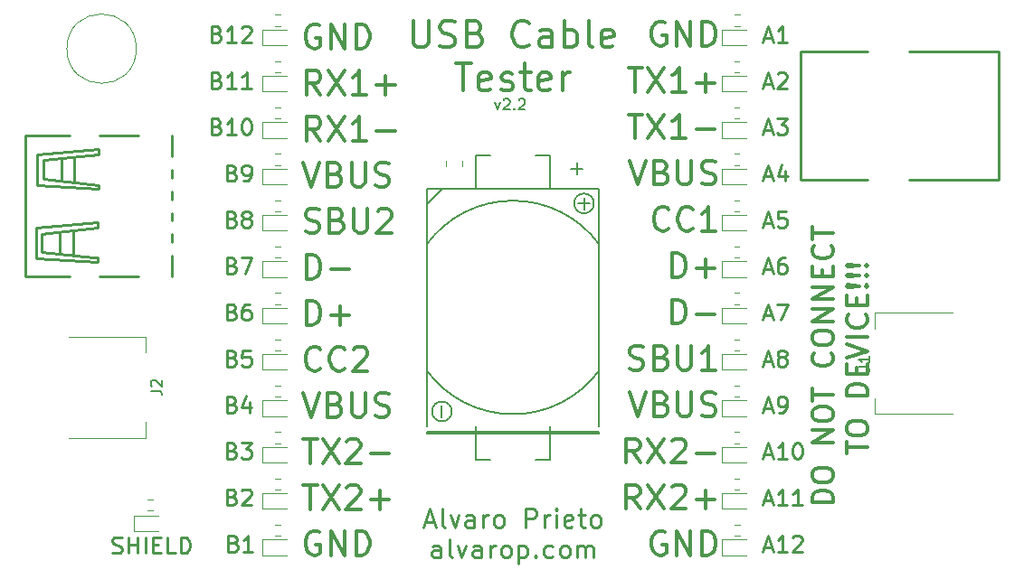
<source format=gbr>
%TF.GenerationSoftware,KiCad,Pcbnew,8.0.4*%
%TF.CreationDate,2024-12-07T18:54:13+01:00*%
%TF.ProjectId,usb_c_cable_tester,7573625f-635f-4636-9162-6c655f746573,2.2*%
%TF.SameCoordinates,Original*%
%TF.FileFunction,Legend,Top*%
%TF.FilePolarity,Positive*%
%FSLAX46Y46*%
G04 Gerber Fmt 4.6, Leading zero omitted, Abs format (unit mm)*
G04 Created by KiCad (PCBNEW 8.0.4) date 2024-12-07 18:54:13*
%MOMM*%
%LPD*%
G01*
G04 APERTURE LIST*
%ADD10C,0.321429*%
%ADD11C,0.214286*%
%ADD12C,0.250000*%
%ADD13C,0.357143*%
%ADD14C,0.150000*%
%ADD15C,0.120000*%
G04 APERTURE END LIST*
D10*
X110933334Y-87746904D02*
X111683334Y-89996904D01*
X111683334Y-89996904D02*
X112433334Y-87746904D01*
X113933334Y-88818333D02*
X114254762Y-88925476D01*
X114254762Y-88925476D02*
X114361905Y-89032619D01*
X114361905Y-89032619D02*
X114469048Y-89246904D01*
X114469048Y-89246904D02*
X114469048Y-89568333D01*
X114469048Y-89568333D02*
X114361905Y-89782619D01*
X114361905Y-89782619D02*
X114254762Y-89889762D01*
X114254762Y-89889762D02*
X114040477Y-89996904D01*
X114040477Y-89996904D02*
X113183334Y-89996904D01*
X113183334Y-89996904D02*
X113183334Y-87746904D01*
X113183334Y-87746904D02*
X113933334Y-87746904D01*
X113933334Y-87746904D02*
X114147620Y-87854047D01*
X114147620Y-87854047D02*
X114254762Y-87961190D01*
X114254762Y-87961190D02*
X114361905Y-88175476D01*
X114361905Y-88175476D02*
X114361905Y-88389762D01*
X114361905Y-88389762D02*
X114254762Y-88604047D01*
X114254762Y-88604047D02*
X114147620Y-88711190D01*
X114147620Y-88711190D02*
X113933334Y-88818333D01*
X113933334Y-88818333D02*
X113183334Y-88818333D01*
X115433334Y-87746904D02*
X115433334Y-89568333D01*
X115433334Y-89568333D02*
X115540477Y-89782619D01*
X115540477Y-89782619D02*
X115647620Y-89889762D01*
X115647620Y-89889762D02*
X115861905Y-89996904D01*
X115861905Y-89996904D02*
X116290477Y-89996904D01*
X116290477Y-89996904D02*
X116504762Y-89889762D01*
X116504762Y-89889762D02*
X116611905Y-89782619D01*
X116611905Y-89782619D02*
X116719048Y-89568333D01*
X116719048Y-89568333D02*
X116719048Y-87746904D01*
X117683334Y-89889762D02*
X118004763Y-89996904D01*
X118004763Y-89996904D02*
X118540477Y-89996904D01*
X118540477Y-89996904D02*
X118754763Y-89889762D01*
X118754763Y-89889762D02*
X118861905Y-89782619D01*
X118861905Y-89782619D02*
X118969048Y-89568333D01*
X118969048Y-89568333D02*
X118969048Y-89354047D01*
X118969048Y-89354047D02*
X118861905Y-89139762D01*
X118861905Y-89139762D02*
X118754763Y-89032619D01*
X118754763Y-89032619D02*
X118540477Y-88925476D01*
X118540477Y-88925476D02*
X118111905Y-88818333D01*
X118111905Y-88818333D02*
X117897620Y-88711190D01*
X117897620Y-88711190D02*
X117790477Y-88604047D01*
X117790477Y-88604047D02*
X117683334Y-88389762D01*
X117683334Y-88389762D02*
X117683334Y-88175476D01*
X117683334Y-88175476D02*
X117790477Y-87961190D01*
X117790477Y-87961190D02*
X117897620Y-87854047D01*
X117897620Y-87854047D02*
X118111905Y-87746904D01*
X118111905Y-87746904D02*
X118647620Y-87746904D01*
X118647620Y-87746904D02*
X118969048Y-87854047D01*
D11*
X123486905Y-123954214D02*
X124201191Y-123954214D01*
X123344048Y-124382785D02*
X123844048Y-122882785D01*
X123844048Y-122882785D02*
X124344048Y-124382785D01*
X125629762Y-124382785D02*
X124772619Y-124382785D01*
X125201190Y-124382785D02*
X125201190Y-122882785D01*
X125201190Y-122882785D02*
X125058333Y-123097071D01*
X125058333Y-123097071D02*
X124915476Y-123239928D01*
X124915476Y-123239928D02*
X124772619Y-123311357D01*
X126201190Y-123025642D02*
X126272618Y-122954214D01*
X126272618Y-122954214D02*
X126415476Y-122882785D01*
X126415476Y-122882785D02*
X126772618Y-122882785D01*
X126772618Y-122882785D02*
X126915476Y-122954214D01*
X126915476Y-122954214D02*
X126986904Y-123025642D01*
X126986904Y-123025642D02*
X127058333Y-123168499D01*
X127058333Y-123168499D02*
X127058333Y-123311357D01*
X127058333Y-123311357D02*
X126986904Y-123525642D01*
X126986904Y-123525642D02*
X126129761Y-124382785D01*
X126129761Y-124382785D02*
X127058333Y-124382785D01*
D10*
X110826190Y-79065086D02*
X112111905Y-79065086D01*
X111469047Y-81315086D02*
X111469047Y-79065086D01*
X112647619Y-79065086D02*
X114147619Y-81315086D01*
X114147619Y-79065086D02*
X112647619Y-81315086D01*
X116183333Y-81315086D02*
X114897619Y-81315086D01*
X115540476Y-81315086D02*
X115540476Y-79065086D01*
X115540476Y-79065086D02*
X115326190Y-79386515D01*
X115326190Y-79386515D02*
X115111905Y-79600801D01*
X115111905Y-79600801D02*
X114897619Y-79707944D01*
X117147619Y-80457944D02*
X118861905Y-80457944D01*
X118004762Y-81315086D02*
X118004762Y-79600801D01*
D11*
X73707143Y-119256161D02*
X73921429Y-119327589D01*
X73921429Y-119327589D02*
X73992858Y-119399018D01*
X73992858Y-119399018D02*
X74064286Y-119541875D01*
X74064286Y-119541875D02*
X74064286Y-119756161D01*
X74064286Y-119756161D02*
X73992858Y-119899018D01*
X73992858Y-119899018D02*
X73921429Y-119970447D01*
X73921429Y-119970447D02*
X73778572Y-120041875D01*
X73778572Y-120041875D02*
X73207143Y-120041875D01*
X73207143Y-120041875D02*
X73207143Y-118541875D01*
X73207143Y-118541875D02*
X73707143Y-118541875D01*
X73707143Y-118541875D02*
X73850001Y-118613304D01*
X73850001Y-118613304D02*
X73921429Y-118684732D01*
X73921429Y-118684732D02*
X73992858Y-118827589D01*
X73992858Y-118827589D02*
X73992858Y-118970447D01*
X73992858Y-118970447D02*
X73921429Y-119113304D01*
X73921429Y-119113304D02*
X73850001Y-119184732D01*
X73850001Y-119184732D02*
X73707143Y-119256161D01*
X73707143Y-119256161D02*
X73207143Y-119256161D01*
X74635715Y-118684732D02*
X74707143Y-118613304D01*
X74707143Y-118613304D02*
X74850001Y-118541875D01*
X74850001Y-118541875D02*
X75207143Y-118541875D01*
X75207143Y-118541875D02*
X75350001Y-118613304D01*
X75350001Y-118613304D02*
X75421429Y-118684732D01*
X75421429Y-118684732D02*
X75492858Y-118827589D01*
X75492858Y-118827589D02*
X75492858Y-118970447D01*
X75492858Y-118970447D02*
X75421429Y-119184732D01*
X75421429Y-119184732D02*
X74564286Y-120041875D01*
X74564286Y-120041875D02*
X75492858Y-120041875D01*
D10*
X80707142Y-103133263D02*
X80707142Y-100883263D01*
X80707142Y-100883263D02*
X81242856Y-100883263D01*
X81242856Y-100883263D02*
X81564285Y-100990406D01*
X81564285Y-100990406D02*
X81778570Y-101204692D01*
X81778570Y-101204692D02*
X81885713Y-101418978D01*
X81885713Y-101418978D02*
X81992856Y-101847549D01*
X81992856Y-101847549D02*
X81992856Y-102168978D01*
X81992856Y-102168978D02*
X81885713Y-102597549D01*
X81885713Y-102597549D02*
X81778570Y-102811835D01*
X81778570Y-102811835D02*
X81564285Y-103026121D01*
X81564285Y-103026121D02*
X81242856Y-103133263D01*
X81242856Y-103133263D02*
X80707142Y-103133263D01*
X82957142Y-102276121D02*
X84671428Y-102276121D01*
X83814285Y-103133263D02*
X83814285Y-101418978D01*
X114576191Y-94123528D02*
X114469048Y-94230671D01*
X114469048Y-94230671D02*
X114147620Y-94337813D01*
X114147620Y-94337813D02*
X113933334Y-94337813D01*
X113933334Y-94337813D02*
X113611905Y-94230671D01*
X113611905Y-94230671D02*
X113397620Y-94016385D01*
X113397620Y-94016385D02*
X113290477Y-93802099D01*
X113290477Y-93802099D02*
X113183334Y-93373528D01*
X113183334Y-93373528D02*
X113183334Y-93052099D01*
X113183334Y-93052099D02*
X113290477Y-92623528D01*
X113290477Y-92623528D02*
X113397620Y-92409242D01*
X113397620Y-92409242D02*
X113611905Y-92194956D01*
X113611905Y-92194956D02*
X113933334Y-92087813D01*
X113933334Y-92087813D02*
X114147620Y-92087813D01*
X114147620Y-92087813D02*
X114469048Y-92194956D01*
X114469048Y-92194956D02*
X114576191Y-92302099D01*
X116826191Y-94123528D02*
X116719048Y-94230671D01*
X116719048Y-94230671D02*
X116397620Y-94337813D01*
X116397620Y-94337813D02*
X116183334Y-94337813D01*
X116183334Y-94337813D02*
X115861905Y-94230671D01*
X115861905Y-94230671D02*
X115647620Y-94016385D01*
X115647620Y-94016385D02*
X115540477Y-93802099D01*
X115540477Y-93802099D02*
X115433334Y-93373528D01*
X115433334Y-93373528D02*
X115433334Y-93052099D01*
X115433334Y-93052099D02*
X115540477Y-92623528D01*
X115540477Y-92623528D02*
X115647620Y-92409242D01*
X115647620Y-92409242D02*
X115861905Y-92194956D01*
X115861905Y-92194956D02*
X116183334Y-92087813D01*
X116183334Y-92087813D02*
X116397620Y-92087813D01*
X116397620Y-92087813D02*
X116719048Y-92194956D01*
X116719048Y-92194956D02*
X116826191Y-92302099D01*
X118969048Y-94337813D02*
X117683334Y-94337813D01*
X118326191Y-94337813D02*
X118326191Y-92087813D01*
X118326191Y-92087813D02*
X118111905Y-92409242D01*
X118111905Y-92409242D02*
X117897620Y-92623528D01*
X117897620Y-92623528D02*
X117683334Y-92730671D01*
X111897619Y-116042358D02*
X111147619Y-114970930D01*
X110611905Y-116042358D02*
X110611905Y-113792358D01*
X110611905Y-113792358D02*
X111469048Y-113792358D01*
X111469048Y-113792358D02*
X111683333Y-113899501D01*
X111683333Y-113899501D02*
X111790476Y-114006644D01*
X111790476Y-114006644D02*
X111897619Y-114220930D01*
X111897619Y-114220930D02*
X111897619Y-114542358D01*
X111897619Y-114542358D02*
X111790476Y-114756644D01*
X111790476Y-114756644D02*
X111683333Y-114863787D01*
X111683333Y-114863787D02*
X111469048Y-114970930D01*
X111469048Y-114970930D02*
X110611905Y-114970930D01*
X112647619Y-113792358D02*
X114147619Y-116042358D01*
X114147619Y-113792358D02*
X112647619Y-116042358D01*
X114897619Y-114006644D02*
X115004762Y-113899501D01*
X115004762Y-113899501D02*
X115219048Y-113792358D01*
X115219048Y-113792358D02*
X115754762Y-113792358D01*
X115754762Y-113792358D02*
X115969048Y-113899501D01*
X115969048Y-113899501D02*
X116076190Y-114006644D01*
X116076190Y-114006644D02*
X116183333Y-114220930D01*
X116183333Y-114220930D02*
X116183333Y-114435216D01*
X116183333Y-114435216D02*
X116076190Y-114756644D01*
X116076190Y-114756644D02*
X114790476Y-116042358D01*
X114790476Y-116042358D02*
X116183333Y-116042358D01*
X117147619Y-115185216D02*
X118861905Y-115185216D01*
D11*
X73707143Y-106233434D02*
X73921429Y-106304862D01*
X73921429Y-106304862D02*
X73992858Y-106376291D01*
X73992858Y-106376291D02*
X74064286Y-106519148D01*
X74064286Y-106519148D02*
X74064286Y-106733434D01*
X74064286Y-106733434D02*
X73992858Y-106876291D01*
X73992858Y-106876291D02*
X73921429Y-106947720D01*
X73921429Y-106947720D02*
X73778572Y-107019148D01*
X73778572Y-107019148D02*
X73207143Y-107019148D01*
X73207143Y-107019148D02*
X73207143Y-105519148D01*
X73207143Y-105519148D02*
X73707143Y-105519148D01*
X73707143Y-105519148D02*
X73850001Y-105590577D01*
X73850001Y-105590577D02*
X73921429Y-105662005D01*
X73921429Y-105662005D02*
X73992858Y-105804862D01*
X73992858Y-105804862D02*
X73992858Y-105947720D01*
X73992858Y-105947720D02*
X73921429Y-106090577D01*
X73921429Y-106090577D02*
X73850001Y-106162005D01*
X73850001Y-106162005D02*
X73707143Y-106233434D01*
X73707143Y-106233434D02*
X73207143Y-106233434D01*
X75421429Y-105519148D02*
X74707143Y-105519148D01*
X74707143Y-105519148D02*
X74635715Y-106233434D01*
X74635715Y-106233434D02*
X74707143Y-106162005D01*
X74707143Y-106162005D02*
X74850001Y-106090577D01*
X74850001Y-106090577D02*
X75207143Y-106090577D01*
X75207143Y-106090577D02*
X75350001Y-106162005D01*
X75350001Y-106162005D02*
X75421429Y-106233434D01*
X75421429Y-106233434D02*
X75492858Y-106376291D01*
X75492858Y-106376291D02*
X75492858Y-106733434D01*
X75492858Y-106733434D02*
X75421429Y-106876291D01*
X75421429Y-106876291D02*
X75350001Y-106947720D01*
X75350001Y-106947720D02*
X75207143Y-107019148D01*
X75207143Y-107019148D02*
X74850001Y-107019148D01*
X74850001Y-107019148D02*
X74707143Y-106947720D01*
X74707143Y-106947720D02*
X74635715Y-106876291D01*
D10*
X80600000Y-94389759D02*
X80921429Y-94496901D01*
X80921429Y-94496901D02*
X81457143Y-94496901D01*
X81457143Y-94496901D02*
X81671429Y-94389759D01*
X81671429Y-94389759D02*
X81778571Y-94282616D01*
X81778571Y-94282616D02*
X81885714Y-94068330D01*
X81885714Y-94068330D02*
X81885714Y-93854044D01*
X81885714Y-93854044D02*
X81778571Y-93639759D01*
X81778571Y-93639759D02*
X81671429Y-93532616D01*
X81671429Y-93532616D02*
X81457143Y-93425473D01*
X81457143Y-93425473D02*
X81028571Y-93318330D01*
X81028571Y-93318330D02*
X80814286Y-93211187D01*
X80814286Y-93211187D02*
X80707143Y-93104044D01*
X80707143Y-93104044D02*
X80600000Y-92889759D01*
X80600000Y-92889759D02*
X80600000Y-92675473D01*
X80600000Y-92675473D02*
X80707143Y-92461187D01*
X80707143Y-92461187D02*
X80814286Y-92354044D01*
X80814286Y-92354044D02*
X81028571Y-92246901D01*
X81028571Y-92246901D02*
X81564286Y-92246901D01*
X81564286Y-92246901D02*
X81885714Y-92354044D01*
X83600000Y-93318330D02*
X83921428Y-93425473D01*
X83921428Y-93425473D02*
X84028571Y-93532616D01*
X84028571Y-93532616D02*
X84135714Y-93746901D01*
X84135714Y-93746901D02*
X84135714Y-94068330D01*
X84135714Y-94068330D02*
X84028571Y-94282616D01*
X84028571Y-94282616D02*
X83921428Y-94389759D01*
X83921428Y-94389759D02*
X83707143Y-94496901D01*
X83707143Y-94496901D02*
X82850000Y-94496901D01*
X82850000Y-94496901D02*
X82850000Y-92246901D01*
X82850000Y-92246901D02*
X83600000Y-92246901D01*
X83600000Y-92246901D02*
X83814286Y-92354044D01*
X83814286Y-92354044D02*
X83921428Y-92461187D01*
X83921428Y-92461187D02*
X84028571Y-92675473D01*
X84028571Y-92675473D02*
X84028571Y-92889759D01*
X84028571Y-92889759D02*
X83921428Y-93104044D01*
X83921428Y-93104044D02*
X83814286Y-93211187D01*
X83814286Y-93211187D02*
X83600000Y-93318330D01*
X83600000Y-93318330D02*
X82850000Y-93318330D01*
X85100000Y-92246901D02*
X85100000Y-94068330D01*
X85100000Y-94068330D02*
X85207143Y-94282616D01*
X85207143Y-94282616D02*
X85314286Y-94389759D01*
X85314286Y-94389759D02*
X85528571Y-94496901D01*
X85528571Y-94496901D02*
X85957143Y-94496901D01*
X85957143Y-94496901D02*
X86171428Y-94389759D01*
X86171428Y-94389759D02*
X86278571Y-94282616D01*
X86278571Y-94282616D02*
X86385714Y-94068330D01*
X86385714Y-94068330D02*
X86385714Y-92246901D01*
X87350000Y-92461187D02*
X87457143Y-92354044D01*
X87457143Y-92354044D02*
X87671429Y-92246901D01*
X87671429Y-92246901D02*
X88207143Y-92246901D01*
X88207143Y-92246901D02*
X88421429Y-92354044D01*
X88421429Y-92354044D02*
X88528571Y-92461187D01*
X88528571Y-92461187D02*
X88635714Y-92675473D01*
X88635714Y-92675473D02*
X88635714Y-92889759D01*
X88635714Y-92889759D02*
X88528571Y-93211187D01*
X88528571Y-93211187D02*
X87242857Y-94496901D01*
X87242857Y-94496901D02*
X88635714Y-94496901D01*
D11*
X72278571Y-84528889D02*
X72492857Y-84600317D01*
X72492857Y-84600317D02*
X72564286Y-84671746D01*
X72564286Y-84671746D02*
X72635714Y-84814603D01*
X72635714Y-84814603D02*
X72635714Y-85028889D01*
X72635714Y-85028889D02*
X72564286Y-85171746D01*
X72564286Y-85171746D02*
X72492857Y-85243175D01*
X72492857Y-85243175D02*
X72350000Y-85314603D01*
X72350000Y-85314603D02*
X71778571Y-85314603D01*
X71778571Y-85314603D02*
X71778571Y-83814603D01*
X71778571Y-83814603D02*
X72278571Y-83814603D01*
X72278571Y-83814603D02*
X72421429Y-83886032D01*
X72421429Y-83886032D02*
X72492857Y-83957460D01*
X72492857Y-83957460D02*
X72564286Y-84100317D01*
X72564286Y-84100317D02*
X72564286Y-84243175D01*
X72564286Y-84243175D02*
X72492857Y-84386032D01*
X72492857Y-84386032D02*
X72421429Y-84457460D01*
X72421429Y-84457460D02*
X72278571Y-84528889D01*
X72278571Y-84528889D02*
X71778571Y-84528889D01*
X74064286Y-85314603D02*
X73207143Y-85314603D01*
X73635714Y-85314603D02*
X73635714Y-83814603D01*
X73635714Y-83814603D02*
X73492857Y-84028889D01*
X73492857Y-84028889D02*
X73350000Y-84171746D01*
X73350000Y-84171746D02*
X73207143Y-84243175D01*
X74992857Y-83814603D02*
X75135714Y-83814603D01*
X75135714Y-83814603D02*
X75278571Y-83886032D01*
X75278571Y-83886032D02*
X75350000Y-83957460D01*
X75350000Y-83957460D02*
X75421428Y-84100317D01*
X75421428Y-84100317D02*
X75492857Y-84386032D01*
X75492857Y-84386032D02*
X75492857Y-84743175D01*
X75492857Y-84743175D02*
X75421428Y-85028889D01*
X75421428Y-85028889D02*
X75350000Y-85171746D01*
X75350000Y-85171746D02*
X75278571Y-85243175D01*
X75278571Y-85243175D02*
X75135714Y-85314603D01*
X75135714Y-85314603D02*
X74992857Y-85314603D01*
X74992857Y-85314603D02*
X74850000Y-85243175D01*
X74850000Y-85243175D02*
X74778571Y-85171746D01*
X74778571Y-85171746D02*
X74707142Y-85028889D01*
X74707142Y-85028889D02*
X74635714Y-84743175D01*
X74635714Y-84743175D02*
X74635714Y-84386032D01*
X74635714Y-84386032D02*
X74707142Y-84100317D01*
X74707142Y-84100317D02*
X74778571Y-83957460D01*
X74778571Y-83957460D02*
X74850000Y-83886032D01*
X74850000Y-83886032D02*
X74992857Y-83814603D01*
D10*
X80385714Y-87928720D02*
X81135714Y-90178720D01*
X81135714Y-90178720D02*
X81885714Y-87928720D01*
X83385714Y-89000149D02*
X83707142Y-89107292D01*
X83707142Y-89107292D02*
X83814285Y-89214435D01*
X83814285Y-89214435D02*
X83921428Y-89428720D01*
X83921428Y-89428720D02*
X83921428Y-89750149D01*
X83921428Y-89750149D02*
X83814285Y-89964435D01*
X83814285Y-89964435D02*
X83707142Y-90071578D01*
X83707142Y-90071578D02*
X83492857Y-90178720D01*
X83492857Y-90178720D02*
X82635714Y-90178720D01*
X82635714Y-90178720D02*
X82635714Y-87928720D01*
X82635714Y-87928720D02*
X83385714Y-87928720D01*
X83385714Y-87928720D02*
X83600000Y-88035863D01*
X83600000Y-88035863D02*
X83707142Y-88143006D01*
X83707142Y-88143006D02*
X83814285Y-88357292D01*
X83814285Y-88357292D02*
X83814285Y-88571578D01*
X83814285Y-88571578D02*
X83707142Y-88785863D01*
X83707142Y-88785863D02*
X83600000Y-88893006D01*
X83600000Y-88893006D02*
X83385714Y-89000149D01*
X83385714Y-89000149D02*
X82635714Y-89000149D01*
X84885714Y-87928720D02*
X84885714Y-89750149D01*
X84885714Y-89750149D02*
X84992857Y-89964435D01*
X84992857Y-89964435D02*
X85100000Y-90071578D01*
X85100000Y-90071578D02*
X85314285Y-90178720D01*
X85314285Y-90178720D02*
X85742857Y-90178720D01*
X85742857Y-90178720D02*
X85957142Y-90071578D01*
X85957142Y-90071578D02*
X86064285Y-89964435D01*
X86064285Y-89964435D02*
X86171428Y-89750149D01*
X86171428Y-89750149D02*
X86171428Y-87928720D01*
X87135714Y-90071578D02*
X87457143Y-90178720D01*
X87457143Y-90178720D02*
X87992857Y-90178720D01*
X87992857Y-90178720D02*
X88207143Y-90071578D01*
X88207143Y-90071578D02*
X88314285Y-89964435D01*
X88314285Y-89964435D02*
X88421428Y-89750149D01*
X88421428Y-89750149D02*
X88421428Y-89535863D01*
X88421428Y-89535863D02*
X88314285Y-89321578D01*
X88314285Y-89321578D02*
X88207143Y-89214435D01*
X88207143Y-89214435D02*
X87992857Y-89107292D01*
X87992857Y-89107292D02*
X87564285Y-89000149D01*
X87564285Y-89000149D02*
X87350000Y-88893006D01*
X87350000Y-88893006D02*
X87242857Y-88785863D01*
X87242857Y-88785863D02*
X87135714Y-88571578D01*
X87135714Y-88571578D02*
X87135714Y-88357292D01*
X87135714Y-88357292D02*
X87242857Y-88143006D01*
X87242857Y-88143006D02*
X87350000Y-88035863D01*
X87350000Y-88035863D02*
X87564285Y-87928720D01*
X87564285Y-87928720D02*
X88100000Y-87928720D01*
X88100000Y-87928720D02*
X88421428Y-88035863D01*
X110933334Y-107253398D02*
X111254763Y-107360540D01*
X111254763Y-107360540D02*
X111790477Y-107360540D01*
X111790477Y-107360540D02*
X112004763Y-107253398D01*
X112004763Y-107253398D02*
X112111905Y-107146255D01*
X112111905Y-107146255D02*
X112219048Y-106931969D01*
X112219048Y-106931969D02*
X112219048Y-106717683D01*
X112219048Y-106717683D02*
X112111905Y-106503398D01*
X112111905Y-106503398D02*
X112004763Y-106396255D01*
X112004763Y-106396255D02*
X111790477Y-106289112D01*
X111790477Y-106289112D02*
X111361905Y-106181969D01*
X111361905Y-106181969D02*
X111147620Y-106074826D01*
X111147620Y-106074826D02*
X111040477Y-105967683D01*
X111040477Y-105967683D02*
X110933334Y-105753398D01*
X110933334Y-105753398D02*
X110933334Y-105539112D01*
X110933334Y-105539112D02*
X111040477Y-105324826D01*
X111040477Y-105324826D02*
X111147620Y-105217683D01*
X111147620Y-105217683D02*
X111361905Y-105110540D01*
X111361905Y-105110540D02*
X111897620Y-105110540D01*
X111897620Y-105110540D02*
X112219048Y-105217683D01*
X113933334Y-106181969D02*
X114254762Y-106289112D01*
X114254762Y-106289112D02*
X114361905Y-106396255D01*
X114361905Y-106396255D02*
X114469048Y-106610540D01*
X114469048Y-106610540D02*
X114469048Y-106931969D01*
X114469048Y-106931969D02*
X114361905Y-107146255D01*
X114361905Y-107146255D02*
X114254762Y-107253398D01*
X114254762Y-107253398D02*
X114040477Y-107360540D01*
X114040477Y-107360540D02*
X113183334Y-107360540D01*
X113183334Y-107360540D02*
X113183334Y-105110540D01*
X113183334Y-105110540D02*
X113933334Y-105110540D01*
X113933334Y-105110540D02*
X114147620Y-105217683D01*
X114147620Y-105217683D02*
X114254762Y-105324826D01*
X114254762Y-105324826D02*
X114361905Y-105539112D01*
X114361905Y-105539112D02*
X114361905Y-105753398D01*
X114361905Y-105753398D02*
X114254762Y-105967683D01*
X114254762Y-105967683D02*
X114147620Y-106074826D01*
X114147620Y-106074826D02*
X113933334Y-106181969D01*
X113933334Y-106181969D02*
X113183334Y-106181969D01*
X115433334Y-105110540D02*
X115433334Y-106931969D01*
X115433334Y-106931969D02*
X115540477Y-107146255D01*
X115540477Y-107146255D02*
X115647620Y-107253398D01*
X115647620Y-107253398D02*
X115861905Y-107360540D01*
X115861905Y-107360540D02*
X116290477Y-107360540D01*
X116290477Y-107360540D02*
X116504762Y-107253398D01*
X116504762Y-107253398D02*
X116611905Y-107146255D01*
X116611905Y-107146255D02*
X116719048Y-106931969D01*
X116719048Y-106931969D02*
X116719048Y-105110540D01*
X118969048Y-107360540D02*
X117683334Y-107360540D01*
X118326191Y-107360540D02*
X118326191Y-105110540D01*
X118326191Y-105110540D02*
X118111905Y-105431969D01*
X118111905Y-105431969D02*
X117897620Y-105646255D01*
X117897620Y-105646255D02*
X117683334Y-105753398D01*
X81885714Y-75081320D02*
X81671429Y-74974177D01*
X81671429Y-74974177D02*
X81350000Y-74974177D01*
X81350000Y-74974177D02*
X81028571Y-75081320D01*
X81028571Y-75081320D02*
X80814286Y-75295606D01*
X80814286Y-75295606D02*
X80707143Y-75509892D01*
X80707143Y-75509892D02*
X80600000Y-75938463D01*
X80600000Y-75938463D02*
X80600000Y-76259892D01*
X80600000Y-76259892D02*
X80707143Y-76688463D01*
X80707143Y-76688463D02*
X80814286Y-76902749D01*
X80814286Y-76902749D02*
X81028571Y-77117035D01*
X81028571Y-77117035D02*
X81350000Y-77224177D01*
X81350000Y-77224177D02*
X81564286Y-77224177D01*
X81564286Y-77224177D02*
X81885714Y-77117035D01*
X81885714Y-77117035D02*
X81992857Y-77009892D01*
X81992857Y-77009892D02*
X81992857Y-76259892D01*
X81992857Y-76259892D02*
X81564286Y-76259892D01*
X82957143Y-77224177D02*
X82957143Y-74974177D01*
X82957143Y-74974177D02*
X84242857Y-77224177D01*
X84242857Y-77224177D02*
X84242857Y-74974177D01*
X85314286Y-77224177D02*
X85314286Y-74974177D01*
X85314286Y-74974177D02*
X85850000Y-74974177D01*
X85850000Y-74974177D02*
X86171429Y-75081320D01*
X86171429Y-75081320D02*
X86385714Y-75295606D01*
X86385714Y-75295606D02*
X86492857Y-75509892D01*
X86492857Y-75509892D02*
X86600000Y-75938463D01*
X86600000Y-75938463D02*
X86600000Y-76259892D01*
X86600000Y-76259892D02*
X86492857Y-76688463D01*
X86492857Y-76688463D02*
X86385714Y-76902749D01*
X86385714Y-76902749D02*
X86171429Y-77117035D01*
X86171429Y-77117035D02*
X85850000Y-77224177D01*
X85850000Y-77224177D02*
X85314286Y-77224177D01*
D11*
X73707143Y-101892525D02*
X73921429Y-101963953D01*
X73921429Y-101963953D02*
X73992858Y-102035382D01*
X73992858Y-102035382D02*
X74064286Y-102178239D01*
X74064286Y-102178239D02*
X74064286Y-102392525D01*
X74064286Y-102392525D02*
X73992858Y-102535382D01*
X73992858Y-102535382D02*
X73921429Y-102606811D01*
X73921429Y-102606811D02*
X73778572Y-102678239D01*
X73778572Y-102678239D02*
X73207143Y-102678239D01*
X73207143Y-102678239D02*
X73207143Y-101178239D01*
X73207143Y-101178239D02*
X73707143Y-101178239D01*
X73707143Y-101178239D02*
X73850001Y-101249668D01*
X73850001Y-101249668D02*
X73921429Y-101321096D01*
X73921429Y-101321096D02*
X73992858Y-101463953D01*
X73992858Y-101463953D02*
X73992858Y-101606811D01*
X73992858Y-101606811D02*
X73921429Y-101749668D01*
X73921429Y-101749668D02*
X73850001Y-101821096D01*
X73850001Y-101821096D02*
X73707143Y-101892525D01*
X73707143Y-101892525D02*
X73207143Y-101892525D01*
X75350001Y-101178239D02*
X75064286Y-101178239D01*
X75064286Y-101178239D02*
X74921429Y-101249668D01*
X74921429Y-101249668D02*
X74850001Y-101321096D01*
X74850001Y-101321096D02*
X74707143Y-101535382D01*
X74707143Y-101535382D02*
X74635715Y-101821096D01*
X74635715Y-101821096D02*
X74635715Y-102392525D01*
X74635715Y-102392525D02*
X74707143Y-102535382D01*
X74707143Y-102535382D02*
X74778572Y-102606811D01*
X74778572Y-102606811D02*
X74921429Y-102678239D01*
X74921429Y-102678239D02*
X75207143Y-102678239D01*
X75207143Y-102678239D02*
X75350001Y-102606811D01*
X75350001Y-102606811D02*
X75421429Y-102535382D01*
X75421429Y-102535382D02*
X75492858Y-102392525D01*
X75492858Y-102392525D02*
X75492858Y-102035382D01*
X75492858Y-102035382D02*
X75421429Y-101892525D01*
X75421429Y-101892525D02*
X75350001Y-101821096D01*
X75350001Y-101821096D02*
X75207143Y-101749668D01*
X75207143Y-101749668D02*
X74921429Y-101749668D01*
X74921429Y-101749668D02*
X74778572Y-101821096D01*
X74778572Y-101821096D02*
X74707143Y-101892525D01*
X74707143Y-101892525D02*
X74635715Y-102035382D01*
X123486906Y-80545123D02*
X124201192Y-80545123D01*
X123344049Y-80973694D02*
X123844049Y-79473694D01*
X123844049Y-79473694D02*
X124344049Y-80973694D01*
X124772620Y-79616551D02*
X124844048Y-79545123D01*
X124844048Y-79545123D02*
X124986906Y-79473694D01*
X124986906Y-79473694D02*
X125344048Y-79473694D01*
X125344048Y-79473694D02*
X125486906Y-79545123D01*
X125486906Y-79545123D02*
X125558334Y-79616551D01*
X125558334Y-79616551D02*
X125629763Y-79759408D01*
X125629763Y-79759408D02*
X125629763Y-79902266D01*
X125629763Y-79902266D02*
X125558334Y-80116551D01*
X125558334Y-80116551D02*
X124701191Y-80973694D01*
X124701191Y-80973694D02*
X125629763Y-80973694D01*
D10*
X80385713Y-113837806D02*
X81671428Y-113837806D01*
X81028570Y-116087806D02*
X81028570Y-113837806D01*
X82207142Y-113837806D02*
X83707142Y-116087806D01*
X83707142Y-113837806D02*
X82207142Y-116087806D01*
X84457142Y-114052092D02*
X84564285Y-113944949D01*
X84564285Y-113944949D02*
X84778571Y-113837806D01*
X84778571Y-113837806D02*
X85314285Y-113837806D01*
X85314285Y-113837806D02*
X85528571Y-113944949D01*
X85528571Y-113944949D02*
X85635713Y-114052092D01*
X85635713Y-114052092D02*
X85742856Y-114266378D01*
X85742856Y-114266378D02*
X85742856Y-114480664D01*
X85742856Y-114480664D02*
X85635713Y-114802092D01*
X85635713Y-114802092D02*
X84349999Y-116087806D01*
X84349999Y-116087806D02*
X85742856Y-116087806D01*
X86707142Y-115230664D02*
X88421428Y-115230664D01*
D11*
X73861905Y-123597071D02*
X74076191Y-123668499D01*
X74076191Y-123668499D02*
X74147620Y-123739928D01*
X74147620Y-123739928D02*
X74219048Y-123882785D01*
X74219048Y-123882785D02*
X74219048Y-124097071D01*
X74219048Y-124097071D02*
X74147620Y-124239928D01*
X74147620Y-124239928D02*
X74076191Y-124311357D01*
X74076191Y-124311357D02*
X73933334Y-124382785D01*
X73933334Y-124382785D02*
X73361905Y-124382785D01*
X73361905Y-124382785D02*
X73361905Y-122882785D01*
X73361905Y-122882785D02*
X73861905Y-122882785D01*
X73861905Y-122882785D02*
X74004763Y-122954214D01*
X74004763Y-122954214D02*
X74076191Y-123025642D01*
X74076191Y-123025642D02*
X74147620Y-123168499D01*
X74147620Y-123168499D02*
X74147620Y-123311357D01*
X74147620Y-123311357D02*
X74076191Y-123454214D01*
X74076191Y-123454214D02*
X74004763Y-123525642D01*
X74004763Y-123525642D02*
X73861905Y-123597071D01*
X73861905Y-123597071D02*
X73361905Y-123597071D01*
X75647620Y-124382785D02*
X74790477Y-124382785D01*
X75219048Y-124382785D02*
X75219048Y-122882785D01*
X75219048Y-122882785D02*
X75076191Y-123097071D01*
X75076191Y-123097071D02*
X74933334Y-123239928D01*
X74933334Y-123239928D02*
X74790477Y-123311357D01*
D10*
X114254762Y-74831320D02*
X114040477Y-74724177D01*
X114040477Y-74724177D02*
X113719048Y-74724177D01*
X113719048Y-74724177D02*
X113397619Y-74831320D01*
X113397619Y-74831320D02*
X113183334Y-75045606D01*
X113183334Y-75045606D02*
X113076191Y-75259892D01*
X113076191Y-75259892D02*
X112969048Y-75688463D01*
X112969048Y-75688463D02*
X112969048Y-76009892D01*
X112969048Y-76009892D02*
X113076191Y-76438463D01*
X113076191Y-76438463D02*
X113183334Y-76652749D01*
X113183334Y-76652749D02*
X113397619Y-76867035D01*
X113397619Y-76867035D02*
X113719048Y-76974177D01*
X113719048Y-76974177D02*
X113933334Y-76974177D01*
X113933334Y-76974177D02*
X114254762Y-76867035D01*
X114254762Y-76867035D02*
X114361905Y-76759892D01*
X114361905Y-76759892D02*
X114361905Y-76009892D01*
X114361905Y-76009892D02*
X113933334Y-76009892D01*
X115326191Y-76974177D02*
X115326191Y-74724177D01*
X115326191Y-74724177D02*
X116611905Y-76974177D01*
X116611905Y-76974177D02*
X116611905Y-74724177D01*
X117683334Y-76974177D02*
X117683334Y-74724177D01*
X117683334Y-74724177D02*
X118219048Y-74724177D01*
X118219048Y-74724177D02*
X118540477Y-74831320D01*
X118540477Y-74831320D02*
X118754762Y-75045606D01*
X118754762Y-75045606D02*
X118861905Y-75259892D01*
X118861905Y-75259892D02*
X118969048Y-75688463D01*
X118969048Y-75688463D02*
X118969048Y-76009892D01*
X118969048Y-76009892D02*
X118861905Y-76438463D01*
X118861905Y-76438463D02*
X118754762Y-76652749D01*
X118754762Y-76652749D02*
X118540477Y-76867035D01*
X118540477Y-76867035D02*
X118219048Y-76974177D01*
X118219048Y-76974177D02*
X117683334Y-76974177D01*
X114254762Y-122581320D02*
X114040477Y-122474177D01*
X114040477Y-122474177D02*
X113719048Y-122474177D01*
X113719048Y-122474177D02*
X113397619Y-122581320D01*
X113397619Y-122581320D02*
X113183334Y-122795606D01*
X113183334Y-122795606D02*
X113076191Y-123009892D01*
X113076191Y-123009892D02*
X112969048Y-123438463D01*
X112969048Y-123438463D02*
X112969048Y-123759892D01*
X112969048Y-123759892D02*
X113076191Y-124188463D01*
X113076191Y-124188463D02*
X113183334Y-124402749D01*
X113183334Y-124402749D02*
X113397619Y-124617035D01*
X113397619Y-124617035D02*
X113719048Y-124724177D01*
X113719048Y-124724177D02*
X113933334Y-124724177D01*
X113933334Y-124724177D02*
X114254762Y-124617035D01*
X114254762Y-124617035D02*
X114361905Y-124509892D01*
X114361905Y-124509892D02*
X114361905Y-123759892D01*
X114361905Y-123759892D02*
X113933334Y-123759892D01*
X115326191Y-124724177D02*
X115326191Y-122474177D01*
X115326191Y-122474177D02*
X116611905Y-124724177D01*
X116611905Y-124724177D02*
X116611905Y-122474177D01*
X117683334Y-124724177D02*
X117683334Y-122474177D01*
X117683334Y-122474177D02*
X118219048Y-122474177D01*
X118219048Y-122474177D02*
X118540477Y-122581320D01*
X118540477Y-122581320D02*
X118754762Y-122795606D01*
X118754762Y-122795606D02*
X118861905Y-123009892D01*
X118861905Y-123009892D02*
X118969048Y-123438463D01*
X118969048Y-123438463D02*
X118969048Y-123759892D01*
X118969048Y-123759892D02*
X118861905Y-124188463D01*
X118861905Y-124188463D02*
X118754762Y-124402749D01*
X118754762Y-124402749D02*
X118540477Y-124617035D01*
X118540477Y-124617035D02*
X118219048Y-124724177D01*
X118219048Y-124724177D02*
X117683334Y-124724177D01*
D11*
X123486906Y-76204214D02*
X124201192Y-76204214D01*
X123344049Y-76632785D02*
X123844049Y-75132785D01*
X123844049Y-75132785D02*
X124344049Y-76632785D01*
X125629763Y-76632785D02*
X124772620Y-76632785D01*
X125201191Y-76632785D02*
X125201191Y-75132785D01*
X125201191Y-75132785D02*
X125058334Y-75347071D01*
X125058334Y-75347071D02*
X124915477Y-75489928D01*
X124915477Y-75489928D02*
X124772620Y-75561357D01*
X123486905Y-119613304D02*
X124201191Y-119613304D01*
X123344048Y-120041875D02*
X123844048Y-118541875D01*
X123844048Y-118541875D02*
X124344048Y-120041875D01*
X125629762Y-120041875D02*
X124772619Y-120041875D01*
X125201190Y-120041875D02*
X125201190Y-118541875D01*
X125201190Y-118541875D02*
X125058333Y-118756161D01*
X125058333Y-118756161D02*
X124915476Y-118899018D01*
X124915476Y-118899018D02*
X124772619Y-118970447D01*
X127058333Y-120041875D02*
X126201190Y-120041875D01*
X126629761Y-120041875D02*
X126629761Y-118541875D01*
X126629761Y-118541875D02*
X126486904Y-118756161D01*
X126486904Y-118756161D02*
X126344047Y-118899018D01*
X126344047Y-118899018D02*
X126201190Y-118970447D01*
X72278571Y-75847071D02*
X72492857Y-75918499D01*
X72492857Y-75918499D02*
X72564286Y-75989928D01*
X72564286Y-75989928D02*
X72635714Y-76132785D01*
X72635714Y-76132785D02*
X72635714Y-76347071D01*
X72635714Y-76347071D02*
X72564286Y-76489928D01*
X72564286Y-76489928D02*
X72492857Y-76561357D01*
X72492857Y-76561357D02*
X72350000Y-76632785D01*
X72350000Y-76632785D02*
X71778571Y-76632785D01*
X71778571Y-76632785D02*
X71778571Y-75132785D01*
X71778571Y-75132785D02*
X72278571Y-75132785D01*
X72278571Y-75132785D02*
X72421429Y-75204214D01*
X72421429Y-75204214D02*
X72492857Y-75275642D01*
X72492857Y-75275642D02*
X72564286Y-75418499D01*
X72564286Y-75418499D02*
X72564286Y-75561357D01*
X72564286Y-75561357D02*
X72492857Y-75704214D01*
X72492857Y-75704214D02*
X72421429Y-75775642D01*
X72421429Y-75775642D02*
X72278571Y-75847071D01*
X72278571Y-75847071D02*
X71778571Y-75847071D01*
X74064286Y-76632785D02*
X73207143Y-76632785D01*
X73635714Y-76632785D02*
X73635714Y-75132785D01*
X73635714Y-75132785D02*
X73492857Y-75347071D01*
X73492857Y-75347071D02*
X73350000Y-75489928D01*
X73350000Y-75489928D02*
X73207143Y-75561357D01*
X74635714Y-75275642D02*
X74707142Y-75204214D01*
X74707142Y-75204214D02*
X74850000Y-75132785D01*
X74850000Y-75132785D02*
X75207142Y-75132785D01*
X75207142Y-75132785D02*
X75350000Y-75204214D01*
X75350000Y-75204214D02*
X75421428Y-75275642D01*
X75421428Y-75275642D02*
X75492857Y-75418499D01*
X75492857Y-75418499D02*
X75492857Y-75561357D01*
X75492857Y-75561357D02*
X75421428Y-75775642D01*
X75421428Y-75775642D02*
X74564285Y-76632785D01*
X74564285Y-76632785D02*
X75492857Y-76632785D01*
X123486906Y-84886032D02*
X124201192Y-84886032D01*
X123344049Y-85314603D02*
X123844049Y-83814603D01*
X123844049Y-83814603D02*
X124344049Y-85314603D01*
X124701191Y-83814603D02*
X125629763Y-83814603D01*
X125629763Y-83814603D02*
X125129763Y-84386032D01*
X125129763Y-84386032D02*
X125344048Y-84386032D01*
X125344048Y-84386032D02*
X125486906Y-84457460D01*
X125486906Y-84457460D02*
X125558334Y-84528889D01*
X125558334Y-84528889D02*
X125629763Y-84671746D01*
X125629763Y-84671746D02*
X125629763Y-85028889D01*
X125629763Y-85028889D02*
X125558334Y-85171746D01*
X125558334Y-85171746D02*
X125486906Y-85243175D01*
X125486906Y-85243175D02*
X125344048Y-85314603D01*
X125344048Y-85314603D02*
X124915477Y-85314603D01*
X124915477Y-85314603D02*
X124772620Y-85243175D01*
X124772620Y-85243175D02*
X124701191Y-85171746D01*
D10*
X80385713Y-118155987D02*
X81671428Y-118155987D01*
X81028570Y-120405987D02*
X81028570Y-118155987D01*
X82207142Y-118155987D02*
X83707142Y-120405987D01*
X83707142Y-118155987D02*
X82207142Y-120405987D01*
X84457142Y-118370273D02*
X84564285Y-118263130D01*
X84564285Y-118263130D02*
X84778571Y-118155987D01*
X84778571Y-118155987D02*
X85314285Y-118155987D01*
X85314285Y-118155987D02*
X85528571Y-118263130D01*
X85528571Y-118263130D02*
X85635713Y-118370273D01*
X85635713Y-118370273D02*
X85742856Y-118584559D01*
X85742856Y-118584559D02*
X85742856Y-118798845D01*
X85742856Y-118798845D02*
X85635713Y-119120273D01*
X85635713Y-119120273D02*
X84349999Y-120405987D01*
X84349999Y-120405987D02*
X85742856Y-120405987D01*
X86707142Y-119548845D02*
X88421428Y-119548845D01*
X87564285Y-120405987D02*
X87564285Y-118691702D01*
D11*
X123486906Y-89226941D02*
X124201192Y-89226941D01*
X123344049Y-89655512D02*
X123844049Y-88155512D01*
X123844049Y-88155512D02*
X124344049Y-89655512D01*
X125486906Y-88655512D02*
X125486906Y-89655512D01*
X125129763Y-88084084D02*
X124772620Y-89155512D01*
X124772620Y-89155512D02*
X125701191Y-89155512D01*
D12*
X91791668Y-121637883D02*
X92625001Y-121637883D01*
X91625001Y-122137883D02*
X92208335Y-120387883D01*
X92208335Y-120387883D02*
X92791668Y-122137883D01*
X93625001Y-122137883D02*
X93458335Y-122054550D01*
X93458335Y-122054550D02*
X93375001Y-121887883D01*
X93375001Y-121887883D02*
X93375001Y-120387883D01*
X94125002Y-120971216D02*
X94541668Y-122137883D01*
X94541668Y-122137883D02*
X94958335Y-120971216D01*
X96375001Y-122137883D02*
X96375001Y-121221216D01*
X96375001Y-121221216D02*
X96291668Y-121054550D01*
X96291668Y-121054550D02*
X96125001Y-120971216D01*
X96125001Y-120971216D02*
X95791668Y-120971216D01*
X95791668Y-120971216D02*
X95625001Y-121054550D01*
X96375001Y-122054550D02*
X96208335Y-122137883D01*
X96208335Y-122137883D02*
X95791668Y-122137883D01*
X95791668Y-122137883D02*
X95625001Y-122054550D01*
X95625001Y-122054550D02*
X95541668Y-121887883D01*
X95541668Y-121887883D02*
X95541668Y-121721216D01*
X95541668Y-121721216D02*
X95625001Y-121554550D01*
X95625001Y-121554550D02*
X95791668Y-121471216D01*
X95791668Y-121471216D02*
X96208335Y-121471216D01*
X96208335Y-121471216D02*
X96375001Y-121387883D01*
X97208334Y-122137883D02*
X97208334Y-120971216D01*
X97208334Y-121304550D02*
X97291668Y-121137883D01*
X97291668Y-121137883D02*
X97375001Y-121054550D01*
X97375001Y-121054550D02*
X97541668Y-120971216D01*
X97541668Y-120971216D02*
X97708334Y-120971216D01*
X98541667Y-122137883D02*
X98375001Y-122054550D01*
X98375001Y-122054550D02*
X98291667Y-121971216D01*
X98291667Y-121971216D02*
X98208334Y-121804550D01*
X98208334Y-121804550D02*
X98208334Y-121304550D01*
X98208334Y-121304550D02*
X98291667Y-121137883D01*
X98291667Y-121137883D02*
X98375001Y-121054550D01*
X98375001Y-121054550D02*
X98541667Y-120971216D01*
X98541667Y-120971216D02*
X98791667Y-120971216D01*
X98791667Y-120971216D02*
X98958334Y-121054550D01*
X98958334Y-121054550D02*
X99041667Y-121137883D01*
X99041667Y-121137883D02*
X99125001Y-121304550D01*
X99125001Y-121304550D02*
X99125001Y-121804550D01*
X99125001Y-121804550D02*
X99041667Y-121971216D01*
X99041667Y-121971216D02*
X98958334Y-122054550D01*
X98958334Y-122054550D02*
X98791667Y-122137883D01*
X98791667Y-122137883D02*
X98541667Y-122137883D01*
X101208333Y-122137883D02*
X101208333Y-120387883D01*
X101208333Y-120387883D02*
X101875000Y-120387883D01*
X101875000Y-120387883D02*
X102041667Y-120471216D01*
X102041667Y-120471216D02*
X102125000Y-120554550D01*
X102125000Y-120554550D02*
X102208333Y-120721216D01*
X102208333Y-120721216D02*
X102208333Y-120971216D01*
X102208333Y-120971216D02*
X102125000Y-121137883D01*
X102125000Y-121137883D02*
X102041667Y-121221216D01*
X102041667Y-121221216D02*
X101875000Y-121304550D01*
X101875000Y-121304550D02*
X101208333Y-121304550D01*
X102958333Y-122137883D02*
X102958333Y-120971216D01*
X102958333Y-121304550D02*
X103041667Y-121137883D01*
X103041667Y-121137883D02*
X103125000Y-121054550D01*
X103125000Y-121054550D02*
X103291667Y-120971216D01*
X103291667Y-120971216D02*
X103458333Y-120971216D01*
X104041666Y-122137883D02*
X104041666Y-120971216D01*
X104041666Y-120387883D02*
X103958333Y-120471216D01*
X103958333Y-120471216D02*
X104041666Y-120554550D01*
X104041666Y-120554550D02*
X104125000Y-120471216D01*
X104125000Y-120471216D02*
X104041666Y-120387883D01*
X104041666Y-120387883D02*
X104041666Y-120554550D01*
X105541666Y-122054550D02*
X105374999Y-122137883D01*
X105374999Y-122137883D02*
X105041666Y-122137883D01*
X105041666Y-122137883D02*
X104874999Y-122054550D01*
X104874999Y-122054550D02*
X104791666Y-121887883D01*
X104791666Y-121887883D02*
X104791666Y-121221216D01*
X104791666Y-121221216D02*
X104874999Y-121054550D01*
X104874999Y-121054550D02*
X105041666Y-120971216D01*
X105041666Y-120971216D02*
X105374999Y-120971216D01*
X105374999Y-120971216D02*
X105541666Y-121054550D01*
X105541666Y-121054550D02*
X105624999Y-121221216D01*
X105624999Y-121221216D02*
X105624999Y-121387883D01*
X105624999Y-121387883D02*
X104791666Y-121554550D01*
X106124999Y-120971216D02*
X106791666Y-120971216D01*
X106374999Y-120387883D02*
X106374999Y-121887883D01*
X106374999Y-121887883D02*
X106458333Y-122054550D01*
X106458333Y-122054550D02*
X106624999Y-122137883D01*
X106624999Y-122137883D02*
X106791666Y-122137883D01*
X107624999Y-122137883D02*
X107458333Y-122054550D01*
X107458333Y-122054550D02*
X107374999Y-121971216D01*
X107374999Y-121971216D02*
X107291666Y-121804550D01*
X107291666Y-121804550D02*
X107291666Y-121304550D01*
X107291666Y-121304550D02*
X107374999Y-121137883D01*
X107374999Y-121137883D02*
X107458333Y-121054550D01*
X107458333Y-121054550D02*
X107624999Y-120971216D01*
X107624999Y-120971216D02*
X107874999Y-120971216D01*
X107874999Y-120971216D02*
X108041666Y-121054550D01*
X108041666Y-121054550D02*
X108124999Y-121137883D01*
X108124999Y-121137883D02*
X108208333Y-121304550D01*
X108208333Y-121304550D02*
X108208333Y-121804550D01*
X108208333Y-121804550D02*
X108124999Y-121971216D01*
X108124999Y-121971216D02*
X108041666Y-122054550D01*
X108041666Y-122054550D02*
X107874999Y-122137883D01*
X107874999Y-122137883D02*
X107624999Y-122137883D01*
X93208334Y-124955285D02*
X93208334Y-124038618D01*
X93208334Y-124038618D02*
X93125001Y-123871952D01*
X93125001Y-123871952D02*
X92958334Y-123788618D01*
X92958334Y-123788618D02*
X92625001Y-123788618D01*
X92625001Y-123788618D02*
X92458334Y-123871952D01*
X93208334Y-124871952D02*
X93041668Y-124955285D01*
X93041668Y-124955285D02*
X92625001Y-124955285D01*
X92625001Y-124955285D02*
X92458334Y-124871952D01*
X92458334Y-124871952D02*
X92375001Y-124705285D01*
X92375001Y-124705285D02*
X92375001Y-124538618D01*
X92375001Y-124538618D02*
X92458334Y-124371952D01*
X92458334Y-124371952D02*
X92625001Y-124288618D01*
X92625001Y-124288618D02*
X93041668Y-124288618D01*
X93041668Y-124288618D02*
X93208334Y-124205285D01*
X94291667Y-124955285D02*
X94125001Y-124871952D01*
X94125001Y-124871952D02*
X94041667Y-124705285D01*
X94041667Y-124705285D02*
X94041667Y-123205285D01*
X94791668Y-123788618D02*
X95208334Y-124955285D01*
X95208334Y-124955285D02*
X95625001Y-123788618D01*
X97041667Y-124955285D02*
X97041667Y-124038618D01*
X97041667Y-124038618D02*
X96958334Y-123871952D01*
X96958334Y-123871952D02*
X96791667Y-123788618D01*
X96791667Y-123788618D02*
X96458334Y-123788618D01*
X96458334Y-123788618D02*
X96291667Y-123871952D01*
X97041667Y-124871952D02*
X96875001Y-124955285D01*
X96875001Y-124955285D02*
X96458334Y-124955285D01*
X96458334Y-124955285D02*
X96291667Y-124871952D01*
X96291667Y-124871952D02*
X96208334Y-124705285D01*
X96208334Y-124705285D02*
X96208334Y-124538618D01*
X96208334Y-124538618D02*
X96291667Y-124371952D01*
X96291667Y-124371952D02*
X96458334Y-124288618D01*
X96458334Y-124288618D02*
X96875001Y-124288618D01*
X96875001Y-124288618D02*
X97041667Y-124205285D01*
X97875000Y-124955285D02*
X97875000Y-123788618D01*
X97875000Y-124121952D02*
X97958334Y-123955285D01*
X97958334Y-123955285D02*
X98041667Y-123871952D01*
X98041667Y-123871952D02*
X98208334Y-123788618D01*
X98208334Y-123788618D02*
X98375000Y-123788618D01*
X99208333Y-124955285D02*
X99041667Y-124871952D01*
X99041667Y-124871952D02*
X98958333Y-124788618D01*
X98958333Y-124788618D02*
X98875000Y-124621952D01*
X98875000Y-124621952D02*
X98875000Y-124121952D01*
X98875000Y-124121952D02*
X98958333Y-123955285D01*
X98958333Y-123955285D02*
X99041667Y-123871952D01*
X99041667Y-123871952D02*
X99208333Y-123788618D01*
X99208333Y-123788618D02*
X99458333Y-123788618D01*
X99458333Y-123788618D02*
X99625000Y-123871952D01*
X99625000Y-123871952D02*
X99708333Y-123955285D01*
X99708333Y-123955285D02*
X99791667Y-124121952D01*
X99791667Y-124121952D02*
X99791667Y-124621952D01*
X99791667Y-124621952D02*
X99708333Y-124788618D01*
X99708333Y-124788618D02*
X99625000Y-124871952D01*
X99625000Y-124871952D02*
X99458333Y-124955285D01*
X99458333Y-124955285D02*
X99208333Y-124955285D01*
X100541666Y-123788618D02*
X100541666Y-125538618D01*
X100541666Y-123871952D02*
X100708333Y-123788618D01*
X100708333Y-123788618D02*
X101041666Y-123788618D01*
X101041666Y-123788618D02*
X101208333Y-123871952D01*
X101208333Y-123871952D02*
X101291666Y-123955285D01*
X101291666Y-123955285D02*
X101375000Y-124121952D01*
X101375000Y-124121952D02*
X101375000Y-124621952D01*
X101375000Y-124621952D02*
X101291666Y-124788618D01*
X101291666Y-124788618D02*
X101208333Y-124871952D01*
X101208333Y-124871952D02*
X101041666Y-124955285D01*
X101041666Y-124955285D02*
X100708333Y-124955285D01*
X100708333Y-124955285D02*
X100541666Y-124871952D01*
X102124999Y-124788618D02*
X102208333Y-124871952D01*
X102208333Y-124871952D02*
X102124999Y-124955285D01*
X102124999Y-124955285D02*
X102041666Y-124871952D01*
X102041666Y-124871952D02*
X102124999Y-124788618D01*
X102124999Y-124788618D02*
X102124999Y-124955285D01*
X103708332Y-124871952D02*
X103541666Y-124955285D01*
X103541666Y-124955285D02*
X103208332Y-124955285D01*
X103208332Y-124955285D02*
X103041666Y-124871952D01*
X103041666Y-124871952D02*
X102958332Y-124788618D01*
X102958332Y-124788618D02*
X102874999Y-124621952D01*
X102874999Y-124621952D02*
X102874999Y-124121952D01*
X102874999Y-124121952D02*
X102958332Y-123955285D01*
X102958332Y-123955285D02*
X103041666Y-123871952D01*
X103041666Y-123871952D02*
X103208332Y-123788618D01*
X103208332Y-123788618D02*
X103541666Y-123788618D01*
X103541666Y-123788618D02*
X103708332Y-123871952D01*
X104708332Y-124955285D02*
X104541666Y-124871952D01*
X104541666Y-124871952D02*
X104458332Y-124788618D01*
X104458332Y-124788618D02*
X104374999Y-124621952D01*
X104374999Y-124621952D02*
X104374999Y-124121952D01*
X104374999Y-124121952D02*
X104458332Y-123955285D01*
X104458332Y-123955285D02*
X104541666Y-123871952D01*
X104541666Y-123871952D02*
X104708332Y-123788618D01*
X104708332Y-123788618D02*
X104958332Y-123788618D01*
X104958332Y-123788618D02*
X105124999Y-123871952D01*
X105124999Y-123871952D02*
X105208332Y-123955285D01*
X105208332Y-123955285D02*
X105291666Y-124121952D01*
X105291666Y-124121952D02*
X105291666Y-124621952D01*
X105291666Y-124621952D02*
X105208332Y-124788618D01*
X105208332Y-124788618D02*
X105124999Y-124871952D01*
X105124999Y-124871952D02*
X104958332Y-124955285D01*
X104958332Y-124955285D02*
X104708332Y-124955285D01*
X106041665Y-124955285D02*
X106041665Y-123788618D01*
X106041665Y-123955285D02*
X106124999Y-123871952D01*
X106124999Y-123871952D02*
X106291665Y-123788618D01*
X106291665Y-123788618D02*
X106541665Y-123788618D01*
X106541665Y-123788618D02*
X106708332Y-123871952D01*
X106708332Y-123871952D02*
X106791665Y-124038618D01*
X106791665Y-124038618D02*
X106791665Y-124955285D01*
X106791665Y-124038618D02*
X106874999Y-123871952D01*
X106874999Y-123871952D02*
X107041665Y-123788618D01*
X107041665Y-123788618D02*
X107291665Y-123788618D01*
X107291665Y-123788618D02*
X107458332Y-123871952D01*
X107458332Y-123871952D02*
X107541665Y-124038618D01*
X107541665Y-124038618D02*
X107541665Y-124955285D01*
D10*
X80707142Y-98815082D02*
X80707142Y-96565082D01*
X80707142Y-96565082D02*
X81242856Y-96565082D01*
X81242856Y-96565082D02*
X81564285Y-96672225D01*
X81564285Y-96672225D02*
X81778570Y-96886511D01*
X81778570Y-96886511D02*
X81885713Y-97100797D01*
X81885713Y-97100797D02*
X81992856Y-97529368D01*
X81992856Y-97529368D02*
X81992856Y-97850797D01*
X81992856Y-97850797D02*
X81885713Y-98279368D01*
X81885713Y-98279368D02*
X81778570Y-98493654D01*
X81778570Y-98493654D02*
X81564285Y-98707940D01*
X81564285Y-98707940D02*
X81242856Y-98815082D01*
X81242856Y-98815082D02*
X80707142Y-98815082D01*
X82957142Y-97957940D02*
X84671428Y-97957940D01*
X114897619Y-103019631D02*
X114897619Y-100769631D01*
X114897619Y-100769631D02*
X115433333Y-100769631D01*
X115433333Y-100769631D02*
X115754762Y-100876774D01*
X115754762Y-100876774D02*
X115969047Y-101091060D01*
X115969047Y-101091060D02*
X116076190Y-101305346D01*
X116076190Y-101305346D02*
X116183333Y-101733917D01*
X116183333Y-101733917D02*
X116183333Y-102055346D01*
X116183333Y-102055346D02*
X116076190Y-102483917D01*
X116076190Y-102483917D02*
X115969047Y-102698203D01*
X115969047Y-102698203D02*
X115754762Y-102912489D01*
X115754762Y-102912489D02*
X115433333Y-103019631D01*
X115433333Y-103019631D02*
X114897619Y-103019631D01*
X117147619Y-102162489D02*
X118861905Y-102162489D01*
X110933334Y-109451449D02*
X111683334Y-111701449D01*
X111683334Y-111701449D02*
X112433334Y-109451449D01*
X113933334Y-110522878D02*
X114254762Y-110630021D01*
X114254762Y-110630021D02*
X114361905Y-110737164D01*
X114361905Y-110737164D02*
X114469048Y-110951449D01*
X114469048Y-110951449D02*
X114469048Y-111272878D01*
X114469048Y-111272878D02*
X114361905Y-111487164D01*
X114361905Y-111487164D02*
X114254762Y-111594307D01*
X114254762Y-111594307D02*
X114040477Y-111701449D01*
X114040477Y-111701449D02*
X113183334Y-111701449D01*
X113183334Y-111701449D02*
X113183334Y-109451449D01*
X113183334Y-109451449D02*
X113933334Y-109451449D01*
X113933334Y-109451449D02*
X114147620Y-109558592D01*
X114147620Y-109558592D02*
X114254762Y-109665735D01*
X114254762Y-109665735D02*
X114361905Y-109880021D01*
X114361905Y-109880021D02*
X114361905Y-110094307D01*
X114361905Y-110094307D02*
X114254762Y-110308592D01*
X114254762Y-110308592D02*
X114147620Y-110415735D01*
X114147620Y-110415735D02*
X113933334Y-110522878D01*
X113933334Y-110522878D02*
X113183334Y-110522878D01*
X115433334Y-109451449D02*
X115433334Y-111272878D01*
X115433334Y-111272878D02*
X115540477Y-111487164D01*
X115540477Y-111487164D02*
X115647620Y-111594307D01*
X115647620Y-111594307D02*
X115861905Y-111701449D01*
X115861905Y-111701449D02*
X116290477Y-111701449D01*
X116290477Y-111701449D02*
X116504762Y-111594307D01*
X116504762Y-111594307D02*
X116611905Y-111487164D01*
X116611905Y-111487164D02*
X116719048Y-111272878D01*
X116719048Y-111272878D02*
X116719048Y-109451449D01*
X117683334Y-111594307D02*
X118004763Y-111701449D01*
X118004763Y-111701449D02*
X118540477Y-111701449D01*
X118540477Y-111701449D02*
X118754763Y-111594307D01*
X118754763Y-111594307D02*
X118861905Y-111487164D01*
X118861905Y-111487164D02*
X118969048Y-111272878D01*
X118969048Y-111272878D02*
X118969048Y-111058592D01*
X118969048Y-111058592D02*
X118861905Y-110844307D01*
X118861905Y-110844307D02*
X118754763Y-110737164D01*
X118754763Y-110737164D02*
X118540477Y-110630021D01*
X118540477Y-110630021D02*
X118111905Y-110522878D01*
X118111905Y-110522878D02*
X117897620Y-110415735D01*
X117897620Y-110415735D02*
X117790477Y-110308592D01*
X117790477Y-110308592D02*
X117683334Y-110094307D01*
X117683334Y-110094307D02*
X117683334Y-109880021D01*
X117683334Y-109880021D02*
X117790477Y-109665735D01*
X117790477Y-109665735D02*
X117897620Y-109558592D01*
X117897620Y-109558592D02*
X118111905Y-109451449D01*
X118111905Y-109451449D02*
X118647620Y-109451449D01*
X118647620Y-109451449D02*
X118969048Y-109558592D01*
D11*
X73707143Y-97551616D02*
X73921429Y-97623044D01*
X73921429Y-97623044D02*
X73992858Y-97694473D01*
X73992858Y-97694473D02*
X74064286Y-97837330D01*
X74064286Y-97837330D02*
X74064286Y-98051616D01*
X74064286Y-98051616D02*
X73992858Y-98194473D01*
X73992858Y-98194473D02*
X73921429Y-98265902D01*
X73921429Y-98265902D02*
X73778572Y-98337330D01*
X73778572Y-98337330D02*
X73207143Y-98337330D01*
X73207143Y-98337330D02*
X73207143Y-96837330D01*
X73207143Y-96837330D02*
X73707143Y-96837330D01*
X73707143Y-96837330D02*
X73850001Y-96908759D01*
X73850001Y-96908759D02*
X73921429Y-96980187D01*
X73921429Y-96980187D02*
X73992858Y-97123044D01*
X73992858Y-97123044D02*
X73992858Y-97265902D01*
X73992858Y-97265902D02*
X73921429Y-97408759D01*
X73921429Y-97408759D02*
X73850001Y-97480187D01*
X73850001Y-97480187D02*
X73707143Y-97551616D01*
X73707143Y-97551616D02*
X73207143Y-97551616D01*
X74564286Y-96837330D02*
X75564286Y-96837330D01*
X75564286Y-96837330D02*
X74921429Y-98337330D01*
X73707143Y-114915252D02*
X73921429Y-114986680D01*
X73921429Y-114986680D02*
X73992858Y-115058109D01*
X73992858Y-115058109D02*
X74064286Y-115200966D01*
X74064286Y-115200966D02*
X74064286Y-115415252D01*
X74064286Y-115415252D02*
X73992858Y-115558109D01*
X73992858Y-115558109D02*
X73921429Y-115629538D01*
X73921429Y-115629538D02*
X73778572Y-115700966D01*
X73778572Y-115700966D02*
X73207143Y-115700966D01*
X73207143Y-115700966D02*
X73207143Y-114200966D01*
X73207143Y-114200966D02*
X73707143Y-114200966D01*
X73707143Y-114200966D02*
X73850001Y-114272395D01*
X73850001Y-114272395D02*
X73921429Y-114343823D01*
X73921429Y-114343823D02*
X73992858Y-114486680D01*
X73992858Y-114486680D02*
X73992858Y-114629538D01*
X73992858Y-114629538D02*
X73921429Y-114772395D01*
X73921429Y-114772395D02*
X73850001Y-114843823D01*
X73850001Y-114843823D02*
X73707143Y-114915252D01*
X73707143Y-114915252D02*
X73207143Y-114915252D01*
X74564286Y-114200966D02*
X75492858Y-114200966D01*
X75492858Y-114200966D02*
X74992858Y-114772395D01*
X74992858Y-114772395D02*
X75207143Y-114772395D01*
X75207143Y-114772395D02*
X75350001Y-114843823D01*
X75350001Y-114843823D02*
X75421429Y-114915252D01*
X75421429Y-114915252D02*
X75492858Y-115058109D01*
X75492858Y-115058109D02*
X75492858Y-115415252D01*
X75492858Y-115415252D02*
X75421429Y-115558109D01*
X75421429Y-115558109D02*
X75350001Y-115629538D01*
X75350001Y-115629538D02*
X75207143Y-115700966D01*
X75207143Y-115700966D02*
X74778572Y-115700966D01*
X74778572Y-115700966D02*
X74635715Y-115629538D01*
X74635715Y-115629538D02*
X74564286Y-115558109D01*
X123486906Y-97908759D02*
X124201192Y-97908759D01*
X123344049Y-98337330D02*
X123844049Y-96837330D01*
X123844049Y-96837330D02*
X124344049Y-98337330D01*
X125486906Y-96837330D02*
X125201191Y-96837330D01*
X125201191Y-96837330D02*
X125058334Y-96908759D01*
X125058334Y-96908759D02*
X124986906Y-96980187D01*
X124986906Y-96980187D02*
X124844048Y-97194473D01*
X124844048Y-97194473D02*
X124772620Y-97480187D01*
X124772620Y-97480187D02*
X124772620Y-98051616D01*
X124772620Y-98051616D02*
X124844048Y-98194473D01*
X124844048Y-98194473D02*
X124915477Y-98265902D01*
X124915477Y-98265902D02*
X125058334Y-98337330D01*
X125058334Y-98337330D02*
X125344048Y-98337330D01*
X125344048Y-98337330D02*
X125486906Y-98265902D01*
X125486906Y-98265902D02*
X125558334Y-98194473D01*
X125558334Y-98194473D02*
X125629763Y-98051616D01*
X125629763Y-98051616D02*
X125629763Y-97694473D01*
X125629763Y-97694473D02*
X125558334Y-97551616D01*
X125558334Y-97551616D02*
X125486906Y-97480187D01*
X125486906Y-97480187D02*
X125344048Y-97408759D01*
X125344048Y-97408759D02*
X125058334Y-97408759D01*
X125058334Y-97408759D02*
X124915477Y-97480187D01*
X124915477Y-97480187D02*
X124844048Y-97551616D01*
X124844048Y-97551616D02*
X124772620Y-97694473D01*
X123486906Y-93567850D02*
X124201192Y-93567850D01*
X123344049Y-93996421D02*
X123844049Y-92496421D01*
X123844049Y-92496421D02*
X124344049Y-93996421D01*
X125558334Y-92496421D02*
X124844048Y-92496421D01*
X124844048Y-92496421D02*
X124772620Y-93210707D01*
X124772620Y-93210707D02*
X124844048Y-93139278D01*
X124844048Y-93139278D02*
X124986906Y-93067850D01*
X124986906Y-93067850D02*
X125344048Y-93067850D01*
X125344048Y-93067850D02*
X125486906Y-93139278D01*
X125486906Y-93139278D02*
X125558334Y-93210707D01*
X125558334Y-93210707D02*
X125629763Y-93353564D01*
X125629763Y-93353564D02*
X125629763Y-93710707D01*
X125629763Y-93710707D02*
X125558334Y-93853564D01*
X125558334Y-93853564D02*
X125486906Y-93924993D01*
X125486906Y-93924993D02*
X125344048Y-93996421D01*
X125344048Y-93996421D02*
X124986906Y-93996421D01*
X124986906Y-93996421D02*
X124844048Y-93924993D01*
X124844048Y-93924993D02*
X124772620Y-93853564D01*
D10*
X81992857Y-85860539D02*
X81242857Y-84789111D01*
X80707143Y-85860539D02*
X80707143Y-83610539D01*
X80707143Y-83610539D02*
X81564286Y-83610539D01*
X81564286Y-83610539D02*
X81778571Y-83717682D01*
X81778571Y-83717682D02*
X81885714Y-83824825D01*
X81885714Y-83824825D02*
X81992857Y-84039111D01*
X81992857Y-84039111D02*
X81992857Y-84360539D01*
X81992857Y-84360539D02*
X81885714Y-84574825D01*
X81885714Y-84574825D02*
X81778571Y-84681968D01*
X81778571Y-84681968D02*
X81564286Y-84789111D01*
X81564286Y-84789111D02*
X80707143Y-84789111D01*
X82742857Y-83610539D02*
X84242857Y-85860539D01*
X84242857Y-83610539D02*
X82742857Y-85860539D01*
X86278571Y-85860539D02*
X84992857Y-85860539D01*
X85635714Y-85860539D02*
X85635714Y-83610539D01*
X85635714Y-83610539D02*
X85421428Y-83931968D01*
X85421428Y-83931968D02*
X85207143Y-84146254D01*
X85207143Y-84146254D02*
X84992857Y-84253397D01*
X87242857Y-85003397D02*
X88957143Y-85003397D01*
X110826190Y-83405995D02*
X112111905Y-83405995D01*
X111469047Y-85655995D02*
X111469047Y-83405995D01*
X112647619Y-83405995D02*
X114147619Y-85655995D01*
X114147619Y-83405995D02*
X112647619Y-85655995D01*
X116183333Y-85655995D02*
X114897619Y-85655995D01*
X115540476Y-85655995D02*
X115540476Y-83405995D01*
X115540476Y-83405995D02*
X115326190Y-83727424D01*
X115326190Y-83727424D02*
X115111905Y-83941710D01*
X115111905Y-83941710D02*
X114897619Y-84048853D01*
X117147619Y-84798853D02*
X118861905Y-84798853D01*
X129998579Y-119773810D02*
X127998579Y-119773810D01*
X127998579Y-119773810D02*
X127998579Y-119297620D01*
X127998579Y-119297620D02*
X128093817Y-119011905D01*
X128093817Y-119011905D02*
X128284293Y-118821429D01*
X128284293Y-118821429D02*
X128474769Y-118726191D01*
X128474769Y-118726191D02*
X128855721Y-118630953D01*
X128855721Y-118630953D02*
X129141436Y-118630953D01*
X129141436Y-118630953D02*
X129522388Y-118726191D01*
X129522388Y-118726191D02*
X129712864Y-118821429D01*
X129712864Y-118821429D02*
X129903341Y-119011905D01*
X129903341Y-119011905D02*
X129998579Y-119297620D01*
X129998579Y-119297620D02*
X129998579Y-119773810D01*
X127998579Y-117392858D02*
X127998579Y-117011905D01*
X127998579Y-117011905D02*
X128093817Y-116821429D01*
X128093817Y-116821429D02*
X128284293Y-116630953D01*
X128284293Y-116630953D02*
X128665245Y-116535715D01*
X128665245Y-116535715D02*
X129331912Y-116535715D01*
X129331912Y-116535715D02*
X129712864Y-116630953D01*
X129712864Y-116630953D02*
X129903341Y-116821429D01*
X129903341Y-116821429D02*
X129998579Y-117011905D01*
X129998579Y-117011905D02*
X129998579Y-117392858D01*
X129998579Y-117392858D02*
X129903341Y-117583334D01*
X129903341Y-117583334D02*
X129712864Y-117773810D01*
X129712864Y-117773810D02*
X129331912Y-117869048D01*
X129331912Y-117869048D02*
X128665245Y-117869048D01*
X128665245Y-117869048D02*
X128284293Y-117773810D01*
X128284293Y-117773810D02*
X128093817Y-117583334D01*
X128093817Y-117583334D02*
X127998579Y-117392858D01*
X129998579Y-114154762D02*
X127998579Y-114154762D01*
X127998579Y-114154762D02*
X129998579Y-113011905D01*
X129998579Y-113011905D02*
X127998579Y-113011905D01*
X127998579Y-111678572D02*
X127998579Y-111297619D01*
X127998579Y-111297619D02*
X128093817Y-111107143D01*
X128093817Y-111107143D02*
X128284293Y-110916667D01*
X128284293Y-110916667D02*
X128665245Y-110821429D01*
X128665245Y-110821429D02*
X129331912Y-110821429D01*
X129331912Y-110821429D02*
X129712864Y-110916667D01*
X129712864Y-110916667D02*
X129903341Y-111107143D01*
X129903341Y-111107143D02*
X129998579Y-111297619D01*
X129998579Y-111297619D02*
X129998579Y-111678572D01*
X129998579Y-111678572D02*
X129903341Y-111869048D01*
X129903341Y-111869048D02*
X129712864Y-112059524D01*
X129712864Y-112059524D02*
X129331912Y-112154762D01*
X129331912Y-112154762D02*
X128665245Y-112154762D01*
X128665245Y-112154762D02*
X128284293Y-112059524D01*
X128284293Y-112059524D02*
X128093817Y-111869048D01*
X128093817Y-111869048D02*
X127998579Y-111678572D01*
X127998579Y-110250000D02*
X127998579Y-109107143D01*
X129998579Y-109678572D02*
X127998579Y-109678572D01*
X129808102Y-105773809D02*
X129903341Y-105869047D01*
X129903341Y-105869047D02*
X129998579Y-106154761D01*
X129998579Y-106154761D02*
X129998579Y-106345237D01*
X129998579Y-106345237D02*
X129903341Y-106630952D01*
X129903341Y-106630952D02*
X129712864Y-106821428D01*
X129712864Y-106821428D02*
X129522388Y-106916666D01*
X129522388Y-106916666D02*
X129141436Y-107011904D01*
X129141436Y-107011904D02*
X128855721Y-107011904D01*
X128855721Y-107011904D02*
X128474769Y-106916666D01*
X128474769Y-106916666D02*
X128284293Y-106821428D01*
X128284293Y-106821428D02*
X128093817Y-106630952D01*
X128093817Y-106630952D02*
X127998579Y-106345237D01*
X127998579Y-106345237D02*
X127998579Y-106154761D01*
X127998579Y-106154761D02*
X128093817Y-105869047D01*
X128093817Y-105869047D02*
X128189055Y-105773809D01*
X127998579Y-104535714D02*
X127998579Y-104154761D01*
X127998579Y-104154761D02*
X128093817Y-103964285D01*
X128093817Y-103964285D02*
X128284293Y-103773809D01*
X128284293Y-103773809D02*
X128665245Y-103678571D01*
X128665245Y-103678571D02*
X129331912Y-103678571D01*
X129331912Y-103678571D02*
X129712864Y-103773809D01*
X129712864Y-103773809D02*
X129903341Y-103964285D01*
X129903341Y-103964285D02*
X129998579Y-104154761D01*
X129998579Y-104154761D02*
X129998579Y-104535714D01*
X129998579Y-104535714D02*
X129903341Y-104726190D01*
X129903341Y-104726190D02*
X129712864Y-104916666D01*
X129712864Y-104916666D02*
X129331912Y-105011904D01*
X129331912Y-105011904D02*
X128665245Y-105011904D01*
X128665245Y-105011904D02*
X128284293Y-104916666D01*
X128284293Y-104916666D02*
X128093817Y-104726190D01*
X128093817Y-104726190D02*
X127998579Y-104535714D01*
X129998579Y-102821428D02*
X127998579Y-102821428D01*
X127998579Y-102821428D02*
X129998579Y-101678571D01*
X129998579Y-101678571D02*
X127998579Y-101678571D01*
X129998579Y-100726190D02*
X127998579Y-100726190D01*
X127998579Y-100726190D02*
X129998579Y-99583333D01*
X129998579Y-99583333D02*
X127998579Y-99583333D01*
X128950960Y-98630952D02*
X128950960Y-97964285D01*
X129998579Y-97678571D02*
X129998579Y-98630952D01*
X129998579Y-98630952D02*
X127998579Y-98630952D01*
X127998579Y-98630952D02*
X127998579Y-97678571D01*
X129808102Y-95678571D02*
X129903341Y-95773809D01*
X129903341Y-95773809D02*
X129998579Y-96059523D01*
X129998579Y-96059523D02*
X129998579Y-96249999D01*
X129998579Y-96249999D02*
X129903341Y-96535714D01*
X129903341Y-96535714D02*
X129712864Y-96726190D01*
X129712864Y-96726190D02*
X129522388Y-96821428D01*
X129522388Y-96821428D02*
X129141436Y-96916666D01*
X129141436Y-96916666D02*
X128855721Y-96916666D01*
X128855721Y-96916666D02*
X128474769Y-96821428D01*
X128474769Y-96821428D02*
X128284293Y-96726190D01*
X128284293Y-96726190D02*
X128093817Y-96535714D01*
X128093817Y-96535714D02*
X127998579Y-96249999D01*
X127998579Y-96249999D02*
X127998579Y-96059523D01*
X127998579Y-96059523D02*
X128093817Y-95773809D01*
X128093817Y-95773809D02*
X128189055Y-95678571D01*
X127998579Y-95107142D02*
X127998579Y-93964285D01*
X129998579Y-94535714D02*
X127998579Y-94535714D01*
X131218467Y-115202381D02*
X131218467Y-114059524D01*
X133218467Y-114630953D02*
X131218467Y-114630953D01*
X131218467Y-113011905D02*
X131218467Y-112630952D01*
X131218467Y-112630952D02*
X131313705Y-112440476D01*
X131313705Y-112440476D02*
X131504181Y-112250000D01*
X131504181Y-112250000D02*
X131885133Y-112154762D01*
X131885133Y-112154762D02*
X132551800Y-112154762D01*
X132551800Y-112154762D02*
X132932752Y-112250000D01*
X132932752Y-112250000D02*
X133123229Y-112440476D01*
X133123229Y-112440476D02*
X133218467Y-112630952D01*
X133218467Y-112630952D02*
X133218467Y-113011905D01*
X133218467Y-113011905D02*
X133123229Y-113202381D01*
X133123229Y-113202381D02*
X132932752Y-113392857D01*
X132932752Y-113392857D02*
X132551800Y-113488095D01*
X132551800Y-113488095D02*
X131885133Y-113488095D01*
X131885133Y-113488095D02*
X131504181Y-113392857D01*
X131504181Y-113392857D02*
X131313705Y-113202381D01*
X131313705Y-113202381D02*
X131218467Y-113011905D01*
X133218467Y-109773809D02*
X131218467Y-109773809D01*
X131218467Y-109773809D02*
X131218467Y-109297619D01*
X131218467Y-109297619D02*
X131313705Y-109011904D01*
X131313705Y-109011904D02*
X131504181Y-108821428D01*
X131504181Y-108821428D02*
X131694657Y-108726190D01*
X131694657Y-108726190D02*
X132075609Y-108630952D01*
X132075609Y-108630952D02*
X132361324Y-108630952D01*
X132361324Y-108630952D02*
X132742276Y-108726190D01*
X132742276Y-108726190D02*
X132932752Y-108821428D01*
X132932752Y-108821428D02*
X133123229Y-109011904D01*
X133123229Y-109011904D02*
X133218467Y-109297619D01*
X133218467Y-109297619D02*
X133218467Y-109773809D01*
X132170848Y-107773809D02*
X132170848Y-107107142D01*
X133218467Y-106821428D02*
X133218467Y-107773809D01*
X133218467Y-107773809D02*
X131218467Y-107773809D01*
X131218467Y-107773809D02*
X131218467Y-106821428D01*
X131218467Y-106249999D02*
X133218467Y-105583333D01*
X133218467Y-105583333D02*
X131218467Y-104916666D01*
X133218467Y-104249999D02*
X131218467Y-104249999D01*
X133027990Y-102154761D02*
X133123229Y-102249999D01*
X133123229Y-102249999D02*
X133218467Y-102535713D01*
X133218467Y-102535713D02*
X133218467Y-102726189D01*
X133218467Y-102726189D02*
X133123229Y-103011904D01*
X133123229Y-103011904D02*
X132932752Y-103202380D01*
X132932752Y-103202380D02*
X132742276Y-103297618D01*
X132742276Y-103297618D02*
X132361324Y-103392856D01*
X132361324Y-103392856D02*
X132075609Y-103392856D01*
X132075609Y-103392856D02*
X131694657Y-103297618D01*
X131694657Y-103297618D02*
X131504181Y-103202380D01*
X131504181Y-103202380D02*
X131313705Y-103011904D01*
X131313705Y-103011904D02*
X131218467Y-102726189D01*
X131218467Y-102726189D02*
X131218467Y-102535713D01*
X131218467Y-102535713D02*
X131313705Y-102249999D01*
X131313705Y-102249999D02*
X131408943Y-102154761D01*
X132170848Y-101297618D02*
X132170848Y-100630951D01*
X133218467Y-100345237D02*
X133218467Y-101297618D01*
X133218467Y-101297618D02*
X131218467Y-101297618D01*
X131218467Y-101297618D02*
X131218467Y-100345237D01*
X133027990Y-99488094D02*
X133123229Y-99392856D01*
X133123229Y-99392856D02*
X133218467Y-99488094D01*
X133218467Y-99488094D02*
X133123229Y-99583332D01*
X133123229Y-99583332D02*
X133027990Y-99488094D01*
X133027990Y-99488094D02*
X133218467Y-99488094D01*
X132456562Y-99488094D02*
X131313705Y-99583332D01*
X131313705Y-99583332D02*
X131218467Y-99488094D01*
X131218467Y-99488094D02*
X131313705Y-99392856D01*
X131313705Y-99392856D02*
X132456562Y-99488094D01*
X132456562Y-99488094D02*
X131218467Y-99488094D01*
X133027990Y-98535713D02*
X133123229Y-98440475D01*
X133123229Y-98440475D02*
X133218467Y-98535713D01*
X133218467Y-98535713D02*
X133123229Y-98630951D01*
X133123229Y-98630951D02*
X133027990Y-98535713D01*
X133027990Y-98535713D02*
X133218467Y-98535713D01*
X132456562Y-98535713D02*
X131313705Y-98630951D01*
X131313705Y-98630951D02*
X131218467Y-98535713D01*
X131218467Y-98535713D02*
X131313705Y-98440475D01*
X131313705Y-98440475D02*
X132456562Y-98535713D01*
X132456562Y-98535713D02*
X131218467Y-98535713D01*
X133027990Y-97583332D02*
X133123229Y-97488094D01*
X133123229Y-97488094D02*
X133218467Y-97583332D01*
X133218467Y-97583332D02*
X133123229Y-97678570D01*
X133123229Y-97678570D02*
X133027990Y-97583332D01*
X133027990Y-97583332D02*
X133218467Y-97583332D01*
X132456562Y-97583332D02*
X131313705Y-97678570D01*
X131313705Y-97678570D02*
X131218467Y-97583332D01*
X131218467Y-97583332D02*
X131313705Y-97488094D01*
X131313705Y-97488094D02*
X132456562Y-97583332D01*
X132456562Y-97583332D02*
X131218467Y-97583332D01*
D11*
X123486906Y-106590577D02*
X124201192Y-106590577D01*
X123344049Y-107019148D02*
X123844049Y-105519148D01*
X123844049Y-105519148D02*
X124344049Y-107019148D01*
X125058334Y-106162005D02*
X124915477Y-106090577D01*
X124915477Y-106090577D02*
X124844048Y-106019148D01*
X124844048Y-106019148D02*
X124772620Y-105876291D01*
X124772620Y-105876291D02*
X124772620Y-105804862D01*
X124772620Y-105804862D02*
X124844048Y-105662005D01*
X124844048Y-105662005D02*
X124915477Y-105590577D01*
X124915477Y-105590577D02*
X125058334Y-105519148D01*
X125058334Y-105519148D02*
X125344048Y-105519148D01*
X125344048Y-105519148D02*
X125486906Y-105590577D01*
X125486906Y-105590577D02*
X125558334Y-105662005D01*
X125558334Y-105662005D02*
X125629763Y-105804862D01*
X125629763Y-105804862D02*
X125629763Y-105876291D01*
X125629763Y-105876291D02*
X125558334Y-106019148D01*
X125558334Y-106019148D02*
X125486906Y-106090577D01*
X125486906Y-106090577D02*
X125344048Y-106162005D01*
X125344048Y-106162005D02*
X125058334Y-106162005D01*
X125058334Y-106162005D02*
X124915477Y-106233434D01*
X124915477Y-106233434D02*
X124844048Y-106304862D01*
X124844048Y-106304862D02*
X124772620Y-106447720D01*
X124772620Y-106447720D02*
X124772620Y-106733434D01*
X124772620Y-106733434D02*
X124844048Y-106876291D01*
X124844048Y-106876291D02*
X124915477Y-106947720D01*
X124915477Y-106947720D02*
X125058334Y-107019148D01*
X125058334Y-107019148D02*
X125344048Y-107019148D01*
X125344048Y-107019148D02*
X125486906Y-106947720D01*
X125486906Y-106947720D02*
X125558334Y-106876291D01*
X125558334Y-106876291D02*
X125629763Y-106733434D01*
X125629763Y-106733434D02*
X125629763Y-106447720D01*
X125629763Y-106447720D02*
X125558334Y-106304862D01*
X125558334Y-106304862D02*
X125486906Y-106233434D01*
X125486906Y-106233434D02*
X125344048Y-106162005D01*
D10*
X80385714Y-109519625D02*
X81135714Y-111769625D01*
X81135714Y-111769625D02*
X81885714Y-109519625D01*
X83385714Y-110591054D02*
X83707142Y-110698197D01*
X83707142Y-110698197D02*
X83814285Y-110805340D01*
X83814285Y-110805340D02*
X83921428Y-111019625D01*
X83921428Y-111019625D02*
X83921428Y-111341054D01*
X83921428Y-111341054D02*
X83814285Y-111555340D01*
X83814285Y-111555340D02*
X83707142Y-111662483D01*
X83707142Y-111662483D02*
X83492857Y-111769625D01*
X83492857Y-111769625D02*
X82635714Y-111769625D01*
X82635714Y-111769625D02*
X82635714Y-109519625D01*
X82635714Y-109519625D02*
X83385714Y-109519625D01*
X83385714Y-109519625D02*
X83600000Y-109626768D01*
X83600000Y-109626768D02*
X83707142Y-109733911D01*
X83707142Y-109733911D02*
X83814285Y-109948197D01*
X83814285Y-109948197D02*
X83814285Y-110162483D01*
X83814285Y-110162483D02*
X83707142Y-110376768D01*
X83707142Y-110376768D02*
X83600000Y-110483911D01*
X83600000Y-110483911D02*
X83385714Y-110591054D01*
X83385714Y-110591054D02*
X82635714Y-110591054D01*
X84885714Y-109519625D02*
X84885714Y-111341054D01*
X84885714Y-111341054D02*
X84992857Y-111555340D01*
X84992857Y-111555340D02*
X85100000Y-111662483D01*
X85100000Y-111662483D02*
X85314285Y-111769625D01*
X85314285Y-111769625D02*
X85742857Y-111769625D01*
X85742857Y-111769625D02*
X85957142Y-111662483D01*
X85957142Y-111662483D02*
X86064285Y-111555340D01*
X86064285Y-111555340D02*
X86171428Y-111341054D01*
X86171428Y-111341054D02*
X86171428Y-109519625D01*
X87135714Y-111662483D02*
X87457143Y-111769625D01*
X87457143Y-111769625D02*
X87992857Y-111769625D01*
X87992857Y-111769625D02*
X88207143Y-111662483D01*
X88207143Y-111662483D02*
X88314285Y-111555340D01*
X88314285Y-111555340D02*
X88421428Y-111341054D01*
X88421428Y-111341054D02*
X88421428Y-111126768D01*
X88421428Y-111126768D02*
X88314285Y-110912483D01*
X88314285Y-110912483D02*
X88207143Y-110805340D01*
X88207143Y-110805340D02*
X87992857Y-110698197D01*
X87992857Y-110698197D02*
X87564285Y-110591054D01*
X87564285Y-110591054D02*
X87350000Y-110483911D01*
X87350000Y-110483911D02*
X87242857Y-110376768D01*
X87242857Y-110376768D02*
X87135714Y-110162483D01*
X87135714Y-110162483D02*
X87135714Y-109948197D01*
X87135714Y-109948197D02*
X87242857Y-109733911D01*
X87242857Y-109733911D02*
X87350000Y-109626768D01*
X87350000Y-109626768D02*
X87564285Y-109519625D01*
X87564285Y-109519625D02*
X88100000Y-109519625D01*
X88100000Y-109519625D02*
X88421428Y-109626768D01*
D11*
X73707143Y-93210707D02*
X73921429Y-93282135D01*
X73921429Y-93282135D02*
X73992858Y-93353564D01*
X73992858Y-93353564D02*
X74064286Y-93496421D01*
X74064286Y-93496421D02*
X74064286Y-93710707D01*
X74064286Y-93710707D02*
X73992858Y-93853564D01*
X73992858Y-93853564D02*
X73921429Y-93924993D01*
X73921429Y-93924993D02*
X73778572Y-93996421D01*
X73778572Y-93996421D02*
X73207143Y-93996421D01*
X73207143Y-93996421D02*
X73207143Y-92496421D01*
X73207143Y-92496421D02*
X73707143Y-92496421D01*
X73707143Y-92496421D02*
X73850001Y-92567850D01*
X73850001Y-92567850D02*
X73921429Y-92639278D01*
X73921429Y-92639278D02*
X73992858Y-92782135D01*
X73992858Y-92782135D02*
X73992858Y-92924993D01*
X73992858Y-92924993D02*
X73921429Y-93067850D01*
X73921429Y-93067850D02*
X73850001Y-93139278D01*
X73850001Y-93139278D02*
X73707143Y-93210707D01*
X73707143Y-93210707D02*
X73207143Y-93210707D01*
X74921429Y-93139278D02*
X74778572Y-93067850D01*
X74778572Y-93067850D02*
X74707143Y-92996421D01*
X74707143Y-92996421D02*
X74635715Y-92853564D01*
X74635715Y-92853564D02*
X74635715Y-92782135D01*
X74635715Y-92782135D02*
X74707143Y-92639278D01*
X74707143Y-92639278D02*
X74778572Y-92567850D01*
X74778572Y-92567850D02*
X74921429Y-92496421D01*
X74921429Y-92496421D02*
X75207143Y-92496421D01*
X75207143Y-92496421D02*
X75350001Y-92567850D01*
X75350001Y-92567850D02*
X75421429Y-92639278D01*
X75421429Y-92639278D02*
X75492858Y-92782135D01*
X75492858Y-92782135D02*
X75492858Y-92853564D01*
X75492858Y-92853564D02*
X75421429Y-92996421D01*
X75421429Y-92996421D02*
X75350001Y-93067850D01*
X75350001Y-93067850D02*
X75207143Y-93139278D01*
X75207143Y-93139278D02*
X74921429Y-93139278D01*
X74921429Y-93139278D02*
X74778572Y-93210707D01*
X74778572Y-93210707D02*
X74707143Y-93282135D01*
X74707143Y-93282135D02*
X74635715Y-93424993D01*
X74635715Y-93424993D02*
X74635715Y-93710707D01*
X74635715Y-93710707D02*
X74707143Y-93853564D01*
X74707143Y-93853564D02*
X74778572Y-93924993D01*
X74778572Y-93924993D02*
X74921429Y-93996421D01*
X74921429Y-93996421D02*
X75207143Y-93996421D01*
X75207143Y-93996421D02*
X75350001Y-93924993D01*
X75350001Y-93924993D02*
X75421429Y-93853564D01*
X75421429Y-93853564D02*
X75492858Y-93710707D01*
X75492858Y-93710707D02*
X75492858Y-93424993D01*
X75492858Y-93424993D02*
X75421429Y-93282135D01*
X75421429Y-93282135D02*
X75350001Y-93210707D01*
X75350001Y-93210707D02*
X75207143Y-93139278D01*
D10*
X81992857Y-107237159D02*
X81885714Y-107344302D01*
X81885714Y-107344302D02*
X81564286Y-107451444D01*
X81564286Y-107451444D02*
X81350000Y-107451444D01*
X81350000Y-107451444D02*
X81028571Y-107344302D01*
X81028571Y-107344302D02*
X80814286Y-107130016D01*
X80814286Y-107130016D02*
X80707143Y-106915730D01*
X80707143Y-106915730D02*
X80600000Y-106487159D01*
X80600000Y-106487159D02*
X80600000Y-106165730D01*
X80600000Y-106165730D02*
X80707143Y-105737159D01*
X80707143Y-105737159D02*
X80814286Y-105522873D01*
X80814286Y-105522873D02*
X81028571Y-105308587D01*
X81028571Y-105308587D02*
X81350000Y-105201444D01*
X81350000Y-105201444D02*
X81564286Y-105201444D01*
X81564286Y-105201444D02*
X81885714Y-105308587D01*
X81885714Y-105308587D02*
X81992857Y-105415730D01*
X84242857Y-107237159D02*
X84135714Y-107344302D01*
X84135714Y-107344302D02*
X83814286Y-107451444D01*
X83814286Y-107451444D02*
X83600000Y-107451444D01*
X83600000Y-107451444D02*
X83278571Y-107344302D01*
X83278571Y-107344302D02*
X83064286Y-107130016D01*
X83064286Y-107130016D02*
X82957143Y-106915730D01*
X82957143Y-106915730D02*
X82850000Y-106487159D01*
X82850000Y-106487159D02*
X82850000Y-106165730D01*
X82850000Y-106165730D02*
X82957143Y-105737159D01*
X82957143Y-105737159D02*
X83064286Y-105522873D01*
X83064286Y-105522873D02*
X83278571Y-105308587D01*
X83278571Y-105308587D02*
X83600000Y-105201444D01*
X83600000Y-105201444D02*
X83814286Y-105201444D01*
X83814286Y-105201444D02*
X84135714Y-105308587D01*
X84135714Y-105308587D02*
X84242857Y-105415730D01*
X85100000Y-105415730D02*
X85207143Y-105308587D01*
X85207143Y-105308587D02*
X85421429Y-105201444D01*
X85421429Y-105201444D02*
X85957143Y-105201444D01*
X85957143Y-105201444D02*
X86171429Y-105308587D01*
X86171429Y-105308587D02*
X86278571Y-105415730D01*
X86278571Y-105415730D02*
X86385714Y-105630016D01*
X86385714Y-105630016D02*
X86385714Y-105844302D01*
X86385714Y-105844302D02*
X86278571Y-106165730D01*
X86278571Y-106165730D02*
X84992857Y-107451444D01*
X84992857Y-107451444D02*
X86385714Y-107451444D01*
D13*
X90654762Y-74625545D02*
X90654762Y-76649355D01*
X90654762Y-76649355D02*
X90773809Y-76887450D01*
X90773809Y-76887450D02*
X90892857Y-77006498D01*
X90892857Y-77006498D02*
X91130952Y-77125545D01*
X91130952Y-77125545D02*
X91607143Y-77125545D01*
X91607143Y-77125545D02*
X91845238Y-77006498D01*
X91845238Y-77006498D02*
X91964285Y-76887450D01*
X91964285Y-76887450D02*
X92083333Y-76649355D01*
X92083333Y-76649355D02*
X92083333Y-74625545D01*
X93154762Y-77006498D02*
X93511905Y-77125545D01*
X93511905Y-77125545D02*
X94107143Y-77125545D01*
X94107143Y-77125545D02*
X94345238Y-77006498D01*
X94345238Y-77006498D02*
X94464286Y-76887450D01*
X94464286Y-76887450D02*
X94583333Y-76649355D01*
X94583333Y-76649355D02*
X94583333Y-76411259D01*
X94583333Y-76411259D02*
X94464286Y-76173164D01*
X94464286Y-76173164D02*
X94345238Y-76054117D01*
X94345238Y-76054117D02*
X94107143Y-75935069D01*
X94107143Y-75935069D02*
X93630952Y-75816021D01*
X93630952Y-75816021D02*
X93392857Y-75696974D01*
X93392857Y-75696974D02*
X93273810Y-75577926D01*
X93273810Y-75577926D02*
X93154762Y-75339831D01*
X93154762Y-75339831D02*
X93154762Y-75101736D01*
X93154762Y-75101736D02*
X93273810Y-74863640D01*
X93273810Y-74863640D02*
X93392857Y-74744593D01*
X93392857Y-74744593D02*
X93630952Y-74625545D01*
X93630952Y-74625545D02*
X94226191Y-74625545D01*
X94226191Y-74625545D02*
X94583333Y-74744593D01*
X96488095Y-75816021D02*
X96845238Y-75935069D01*
X96845238Y-75935069D02*
X96964285Y-76054117D01*
X96964285Y-76054117D02*
X97083333Y-76292212D01*
X97083333Y-76292212D02*
X97083333Y-76649355D01*
X97083333Y-76649355D02*
X96964285Y-76887450D01*
X96964285Y-76887450D02*
X96845238Y-77006498D01*
X96845238Y-77006498D02*
X96607143Y-77125545D01*
X96607143Y-77125545D02*
X95654762Y-77125545D01*
X95654762Y-77125545D02*
X95654762Y-74625545D01*
X95654762Y-74625545D02*
X96488095Y-74625545D01*
X96488095Y-74625545D02*
X96726190Y-74744593D01*
X96726190Y-74744593D02*
X96845238Y-74863640D01*
X96845238Y-74863640D02*
X96964285Y-75101736D01*
X96964285Y-75101736D02*
X96964285Y-75339831D01*
X96964285Y-75339831D02*
X96845238Y-75577926D01*
X96845238Y-75577926D02*
X96726190Y-75696974D01*
X96726190Y-75696974D02*
X96488095Y-75816021D01*
X96488095Y-75816021D02*
X95654762Y-75816021D01*
X101488095Y-76887450D02*
X101369047Y-77006498D01*
X101369047Y-77006498D02*
X101011905Y-77125545D01*
X101011905Y-77125545D02*
X100773809Y-77125545D01*
X100773809Y-77125545D02*
X100416666Y-77006498D01*
X100416666Y-77006498D02*
X100178571Y-76768402D01*
X100178571Y-76768402D02*
X100059524Y-76530307D01*
X100059524Y-76530307D02*
X99940476Y-76054117D01*
X99940476Y-76054117D02*
X99940476Y-75696974D01*
X99940476Y-75696974D02*
X100059524Y-75220783D01*
X100059524Y-75220783D02*
X100178571Y-74982688D01*
X100178571Y-74982688D02*
X100416666Y-74744593D01*
X100416666Y-74744593D02*
X100773809Y-74625545D01*
X100773809Y-74625545D02*
X101011905Y-74625545D01*
X101011905Y-74625545D02*
X101369047Y-74744593D01*
X101369047Y-74744593D02*
X101488095Y-74863640D01*
X103630952Y-77125545D02*
X103630952Y-75816021D01*
X103630952Y-75816021D02*
X103511905Y-75577926D01*
X103511905Y-75577926D02*
X103273809Y-75458878D01*
X103273809Y-75458878D02*
X102797619Y-75458878D01*
X102797619Y-75458878D02*
X102559524Y-75577926D01*
X103630952Y-77006498D02*
X103392857Y-77125545D01*
X103392857Y-77125545D02*
X102797619Y-77125545D01*
X102797619Y-77125545D02*
X102559524Y-77006498D01*
X102559524Y-77006498D02*
X102440476Y-76768402D01*
X102440476Y-76768402D02*
X102440476Y-76530307D01*
X102440476Y-76530307D02*
X102559524Y-76292212D01*
X102559524Y-76292212D02*
X102797619Y-76173164D01*
X102797619Y-76173164D02*
X103392857Y-76173164D01*
X103392857Y-76173164D02*
X103630952Y-76054117D01*
X104821429Y-77125545D02*
X104821429Y-74625545D01*
X104821429Y-75577926D02*
X105059524Y-75458878D01*
X105059524Y-75458878D02*
X105535714Y-75458878D01*
X105535714Y-75458878D02*
X105773810Y-75577926D01*
X105773810Y-75577926D02*
X105892857Y-75696974D01*
X105892857Y-75696974D02*
X106011905Y-75935069D01*
X106011905Y-75935069D02*
X106011905Y-76649355D01*
X106011905Y-76649355D02*
X105892857Y-76887450D01*
X105892857Y-76887450D02*
X105773810Y-77006498D01*
X105773810Y-77006498D02*
X105535714Y-77125545D01*
X105535714Y-77125545D02*
X105059524Y-77125545D01*
X105059524Y-77125545D02*
X104821429Y-77006498D01*
X107440476Y-77125545D02*
X107202381Y-77006498D01*
X107202381Y-77006498D02*
X107083334Y-76768402D01*
X107083334Y-76768402D02*
X107083334Y-74625545D01*
X109345239Y-77006498D02*
X109107143Y-77125545D01*
X109107143Y-77125545D02*
X108630953Y-77125545D01*
X108630953Y-77125545D02*
X108392858Y-77006498D01*
X108392858Y-77006498D02*
X108273810Y-76768402D01*
X108273810Y-76768402D02*
X108273810Y-75816021D01*
X108273810Y-75816021D02*
X108392858Y-75577926D01*
X108392858Y-75577926D02*
X108630953Y-75458878D01*
X108630953Y-75458878D02*
X109107143Y-75458878D01*
X109107143Y-75458878D02*
X109345239Y-75577926D01*
X109345239Y-75577926D02*
X109464286Y-75816021D01*
X109464286Y-75816021D02*
X109464286Y-76054117D01*
X109464286Y-76054117D02*
X108273810Y-76292212D01*
X94642857Y-78650405D02*
X96071428Y-78650405D01*
X95357142Y-81150405D02*
X95357142Y-78650405D01*
X97857143Y-81031358D02*
X97619047Y-81150405D01*
X97619047Y-81150405D02*
X97142857Y-81150405D01*
X97142857Y-81150405D02*
X96904762Y-81031358D01*
X96904762Y-81031358D02*
X96785714Y-80793262D01*
X96785714Y-80793262D02*
X96785714Y-79840881D01*
X96785714Y-79840881D02*
X96904762Y-79602786D01*
X96904762Y-79602786D02*
X97142857Y-79483738D01*
X97142857Y-79483738D02*
X97619047Y-79483738D01*
X97619047Y-79483738D02*
X97857143Y-79602786D01*
X97857143Y-79602786D02*
X97976190Y-79840881D01*
X97976190Y-79840881D02*
X97976190Y-80078977D01*
X97976190Y-80078977D02*
X96785714Y-80317072D01*
X98928571Y-81031358D02*
X99166666Y-81150405D01*
X99166666Y-81150405D02*
X99642857Y-81150405D01*
X99642857Y-81150405D02*
X99880952Y-81031358D01*
X99880952Y-81031358D02*
X100000000Y-80793262D01*
X100000000Y-80793262D02*
X100000000Y-80674215D01*
X100000000Y-80674215D02*
X99880952Y-80436119D01*
X99880952Y-80436119D02*
X99642857Y-80317072D01*
X99642857Y-80317072D02*
X99285714Y-80317072D01*
X99285714Y-80317072D02*
X99047619Y-80198024D01*
X99047619Y-80198024D02*
X98928571Y-79959929D01*
X98928571Y-79959929D02*
X98928571Y-79840881D01*
X98928571Y-79840881D02*
X99047619Y-79602786D01*
X99047619Y-79602786D02*
X99285714Y-79483738D01*
X99285714Y-79483738D02*
X99642857Y-79483738D01*
X99642857Y-79483738D02*
X99880952Y-79602786D01*
X100714286Y-79483738D02*
X101666667Y-79483738D01*
X101071429Y-78650405D02*
X101071429Y-80793262D01*
X101071429Y-80793262D02*
X101190476Y-81031358D01*
X101190476Y-81031358D02*
X101428571Y-81150405D01*
X101428571Y-81150405D02*
X101666667Y-81150405D01*
X103452381Y-81031358D02*
X103214285Y-81150405D01*
X103214285Y-81150405D02*
X102738095Y-81150405D01*
X102738095Y-81150405D02*
X102500000Y-81031358D01*
X102500000Y-81031358D02*
X102380952Y-80793262D01*
X102380952Y-80793262D02*
X102380952Y-79840881D01*
X102380952Y-79840881D02*
X102500000Y-79602786D01*
X102500000Y-79602786D02*
X102738095Y-79483738D01*
X102738095Y-79483738D02*
X103214285Y-79483738D01*
X103214285Y-79483738D02*
X103452381Y-79602786D01*
X103452381Y-79602786D02*
X103571428Y-79840881D01*
X103571428Y-79840881D02*
X103571428Y-80078977D01*
X103571428Y-80078977D02*
X102380952Y-80317072D01*
X104642857Y-81150405D02*
X104642857Y-79483738D01*
X104642857Y-79959929D02*
X104761904Y-79721834D01*
X104761904Y-79721834D02*
X104880952Y-79602786D01*
X104880952Y-79602786D02*
X105119047Y-79483738D01*
X105119047Y-79483738D02*
X105357142Y-79483738D01*
D10*
X81885714Y-122581320D02*
X81671429Y-122474177D01*
X81671429Y-122474177D02*
X81350000Y-122474177D01*
X81350000Y-122474177D02*
X81028571Y-122581320D01*
X81028571Y-122581320D02*
X80814286Y-122795606D01*
X80814286Y-122795606D02*
X80707143Y-123009892D01*
X80707143Y-123009892D02*
X80600000Y-123438463D01*
X80600000Y-123438463D02*
X80600000Y-123759892D01*
X80600000Y-123759892D02*
X80707143Y-124188463D01*
X80707143Y-124188463D02*
X80814286Y-124402749D01*
X80814286Y-124402749D02*
X81028571Y-124617035D01*
X81028571Y-124617035D02*
X81350000Y-124724177D01*
X81350000Y-124724177D02*
X81564286Y-124724177D01*
X81564286Y-124724177D02*
X81885714Y-124617035D01*
X81885714Y-124617035D02*
X81992857Y-124509892D01*
X81992857Y-124509892D02*
X81992857Y-123759892D01*
X81992857Y-123759892D02*
X81564286Y-123759892D01*
X82957143Y-124724177D02*
X82957143Y-122474177D01*
X82957143Y-122474177D02*
X84242857Y-124724177D01*
X84242857Y-124724177D02*
X84242857Y-122474177D01*
X85314286Y-124724177D02*
X85314286Y-122474177D01*
X85314286Y-122474177D02*
X85850000Y-122474177D01*
X85850000Y-122474177D02*
X86171429Y-122581320D01*
X86171429Y-122581320D02*
X86385714Y-122795606D01*
X86385714Y-122795606D02*
X86492857Y-123009892D01*
X86492857Y-123009892D02*
X86600000Y-123438463D01*
X86600000Y-123438463D02*
X86600000Y-123759892D01*
X86600000Y-123759892D02*
X86492857Y-124188463D01*
X86492857Y-124188463D02*
X86385714Y-124402749D01*
X86385714Y-124402749D02*
X86171429Y-124617035D01*
X86171429Y-124617035D02*
X85850000Y-124724177D01*
X85850000Y-124724177D02*
X85314286Y-124724177D01*
D11*
X123486906Y-102249668D02*
X124201192Y-102249668D01*
X123344049Y-102678239D02*
X123844049Y-101178239D01*
X123844049Y-101178239D02*
X124344049Y-102678239D01*
X124701191Y-101178239D02*
X125701191Y-101178239D01*
X125701191Y-101178239D02*
X125058334Y-102678239D01*
D10*
X111897619Y-120383267D02*
X111147619Y-119311839D01*
X110611905Y-120383267D02*
X110611905Y-118133267D01*
X110611905Y-118133267D02*
X111469048Y-118133267D01*
X111469048Y-118133267D02*
X111683333Y-118240410D01*
X111683333Y-118240410D02*
X111790476Y-118347553D01*
X111790476Y-118347553D02*
X111897619Y-118561839D01*
X111897619Y-118561839D02*
X111897619Y-118883267D01*
X111897619Y-118883267D02*
X111790476Y-119097553D01*
X111790476Y-119097553D02*
X111683333Y-119204696D01*
X111683333Y-119204696D02*
X111469048Y-119311839D01*
X111469048Y-119311839D02*
X110611905Y-119311839D01*
X112647619Y-118133267D02*
X114147619Y-120383267D01*
X114147619Y-118133267D02*
X112647619Y-120383267D01*
X114897619Y-118347553D02*
X115004762Y-118240410D01*
X115004762Y-118240410D02*
X115219048Y-118133267D01*
X115219048Y-118133267D02*
X115754762Y-118133267D01*
X115754762Y-118133267D02*
X115969048Y-118240410D01*
X115969048Y-118240410D02*
X116076190Y-118347553D01*
X116076190Y-118347553D02*
X116183333Y-118561839D01*
X116183333Y-118561839D02*
X116183333Y-118776125D01*
X116183333Y-118776125D02*
X116076190Y-119097553D01*
X116076190Y-119097553D02*
X114790476Y-120383267D01*
X114790476Y-120383267D02*
X116183333Y-120383267D01*
X117147619Y-119526125D02*
X118861905Y-119526125D01*
X118004762Y-120383267D02*
X118004762Y-118668982D01*
D11*
X123486905Y-115272395D02*
X124201191Y-115272395D01*
X123344048Y-115700966D02*
X123844048Y-114200966D01*
X123844048Y-114200966D02*
X124344048Y-115700966D01*
X125629762Y-115700966D02*
X124772619Y-115700966D01*
X125201190Y-115700966D02*
X125201190Y-114200966D01*
X125201190Y-114200966D02*
X125058333Y-114415252D01*
X125058333Y-114415252D02*
X124915476Y-114558109D01*
X124915476Y-114558109D02*
X124772619Y-114629538D01*
X126558333Y-114200966D02*
X126701190Y-114200966D01*
X126701190Y-114200966D02*
X126844047Y-114272395D01*
X126844047Y-114272395D02*
X126915476Y-114343823D01*
X126915476Y-114343823D02*
X126986904Y-114486680D01*
X126986904Y-114486680D02*
X127058333Y-114772395D01*
X127058333Y-114772395D02*
X127058333Y-115129538D01*
X127058333Y-115129538D02*
X126986904Y-115415252D01*
X126986904Y-115415252D02*
X126915476Y-115558109D01*
X126915476Y-115558109D02*
X126844047Y-115629538D01*
X126844047Y-115629538D02*
X126701190Y-115700966D01*
X126701190Y-115700966D02*
X126558333Y-115700966D01*
X126558333Y-115700966D02*
X126415476Y-115629538D01*
X126415476Y-115629538D02*
X126344047Y-115558109D01*
X126344047Y-115558109D02*
X126272618Y-115415252D01*
X126272618Y-115415252D02*
X126201190Y-115129538D01*
X126201190Y-115129538D02*
X126201190Y-114772395D01*
X126201190Y-114772395D02*
X126272618Y-114486680D01*
X126272618Y-114486680D02*
X126344047Y-114343823D01*
X126344047Y-114343823D02*
X126415476Y-114272395D01*
X126415476Y-114272395D02*
X126558333Y-114200966D01*
X123486906Y-110931486D02*
X124201192Y-110931486D01*
X123344049Y-111360057D02*
X123844049Y-109860057D01*
X123844049Y-109860057D02*
X124344049Y-111360057D01*
X124915477Y-111360057D02*
X125201191Y-111360057D01*
X125201191Y-111360057D02*
X125344048Y-111288629D01*
X125344048Y-111288629D02*
X125415477Y-111217200D01*
X125415477Y-111217200D02*
X125558334Y-111002914D01*
X125558334Y-111002914D02*
X125629763Y-110717200D01*
X125629763Y-110717200D02*
X125629763Y-110145771D01*
X125629763Y-110145771D02*
X125558334Y-110002914D01*
X125558334Y-110002914D02*
X125486906Y-109931486D01*
X125486906Y-109931486D02*
X125344048Y-109860057D01*
X125344048Y-109860057D02*
X125058334Y-109860057D01*
X125058334Y-109860057D02*
X124915477Y-109931486D01*
X124915477Y-109931486D02*
X124844048Y-110002914D01*
X124844048Y-110002914D02*
X124772620Y-110145771D01*
X124772620Y-110145771D02*
X124772620Y-110502914D01*
X124772620Y-110502914D02*
X124844048Y-110645771D01*
X124844048Y-110645771D02*
X124915477Y-110717200D01*
X124915477Y-110717200D02*
X125058334Y-110788629D01*
X125058334Y-110788629D02*
X125344048Y-110788629D01*
X125344048Y-110788629D02*
X125486906Y-110717200D01*
X125486906Y-110717200D02*
X125558334Y-110645771D01*
X125558334Y-110645771D02*
X125629763Y-110502914D01*
D10*
X114897619Y-98678722D02*
X114897619Y-96428722D01*
X114897619Y-96428722D02*
X115433333Y-96428722D01*
X115433333Y-96428722D02*
X115754762Y-96535865D01*
X115754762Y-96535865D02*
X115969047Y-96750151D01*
X115969047Y-96750151D02*
X116076190Y-96964437D01*
X116076190Y-96964437D02*
X116183333Y-97393008D01*
X116183333Y-97393008D02*
X116183333Y-97714437D01*
X116183333Y-97714437D02*
X116076190Y-98143008D01*
X116076190Y-98143008D02*
X115969047Y-98357294D01*
X115969047Y-98357294D02*
X115754762Y-98571580D01*
X115754762Y-98571580D02*
X115433333Y-98678722D01*
X115433333Y-98678722D02*
X114897619Y-98678722D01*
X117147619Y-97821580D02*
X118861905Y-97821580D01*
X118004762Y-98678722D02*
X118004762Y-96964437D01*
D11*
X73707143Y-110574343D02*
X73921429Y-110645771D01*
X73921429Y-110645771D02*
X73992858Y-110717200D01*
X73992858Y-110717200D02*
X74064286Y-110860057D01*
X74064286Y-110860057D02*
X74064286Y-111074343D01*
X74064286Y-111074343D02*
X73992858Y-111217200D01*
X73992858Y-111217200D02*
X73921429Y-111288629D01*
X73921429Y-111288629D02*
X73778572Y-111360057D01*
X73778572Y-111360057D02*
X73207143Y-111360057D01*
X73207143Y-111360057D02*
X73207143Y-109860057D01*
X73207143Y-109860057D02*
X73707143Y-109860057D01*
X73707143Y-109860057D02*
X73850001Y-109931486D01*
X73850001Y-109931486D02*
X73921429Y-110002914D01*
X73921429Y-110002914D02*
X73992858Y-110145771D01*
X73992858Y-110145771D02*
X73992858Y-110288629D01*
X73992858Y-110288629D02*
X73921429Y-110431486D01*
X73921429Y-110431486D02*
X73850001Y-110502914D01*
X73850001Y-110502914D02*
X73707143Y-110574343D01*
X73707143Y-110574343D02*
X73207143Y-110574343D01*
X75350001Y-110360057D02*
X75350001Y-111360057D01*
X74992858Y-109788629D02*
X74635715Y-110860057D01*
X74635715Y-110860057D02*
X75564286Y-110860057D01*
D10*
X81992857Y-81542358D02*
X81242857Y-80470930D01*
X80707143Y-81542358D02*
X80707143Y-79292358D01*
X80707143Y-79292358D02*
X81564286Y-79292358D01*
X81564286Y-79292358D02*
X81778571Y-79399501D01*
X81778571Y-79399501D02*
X81885714Y-79506644D01*
X81885714Y-79506644D02*
X81992857Y-79720930D01*
X81992857Y-79720930D02*
X81992857Y-80042358D01*
X81992857Y-80042358D02*
X81885714Y-80256644D01*
X81885714Y-80256644D02*
X81778571Y-80363787D01*
X81778571Y-80363787D02*
X81564286Y-80470930D01*
X81564286Y-80470930D02*
X80707143Y-80470930D01*
X82742857Y-79292358D02*
X84242857Y-81542358D01*
X84242857Y-79292358D02*
X82742857Y-81542358D01*
X86278571Y-81542358D02*
X84992857Y-81542358D01*
X85635714Y-81542358D02*
X85635714Y-79292358D01*
X85635714Y-79292358D02*
X85421428Y-79613787D01*
X85421428Y-79613787D02*
X85207143Y-79828073D01*
X85207143Y-79828073D02*
X84992857Y-79935216D01*
X87242857Y-80685216D02*
X88957143Y-80685216D01*
X88100000Y-81542358D02*
X88100000Y-79828073D01*
D11*
X73707143Y-88869798D02*
X73921429Y-88941226D01*
X73921429Y-88941226D02*
X73992858Y-89012655D01*
X73992858Y-89012655D02*
X74064286Y-89155512D01*
X74064286Y-89155512D02*
X74064286Y-89369798D01*
X74064286Y-89369798D02*
X73992858Y-89512655D01*
X73992858Y-89512655D02*
X73921429Y-89584084D01*
X73921429Y-89584084D02*
X73778572Y-89655512D01*
X73778572Y-89655512D02*
X73207143Y-89655512D01*
X73207143Y-89655512D02*
X73207143Y-88155512D01*
X73207143Y-88155512D02*
X73707143Y-88155512D01*
X73707143Y-88155512D02*
X73850001Y-88226941D01*
X73850001Y-88226941D02*
X73921429Y-88298369D01*
X73921429Y-88298369D02*
X73992858Y-88441226D01*
X73992858Y-88441226D02*
X73992858Y-88584084D01*
X73992858Y-88584084D02*
X73921429Y-88726941D01*
X73921429Y-88726941D02*
X73850001Y-88798369D01*
X73850001Y-88798369D02*
X73707143Y-88869798D01*
X73707143Y-88869798D02*
X73207143Y-88869798D01*
X74778572Y-89655512D02*
X75064286Y-89655512D01*
X75064286Y-89655512D02*
X75207143Y-89584084D01*
X75207143Y-89584084D02*
X75278572Y-89512655D01*
X75278572Y-89512655D02*
X75421429Y-89298369D01*
X75421429Y-89298369D02*
X75492858Y-89012655D01*
X75492858Y-89012655D02*
X75492858Y-88441226D01*
X75492858Y-88441226D02*
X75421429Y-88298369D01*
X75421429Y-88298369D02*
X75350001Y-88226941D01*
X75350001Y-88226941D02*
X75207143Y-88155512D01*
X75207143Y-88155512D02*
X74921429Y-88155512D01*
X74921429Y-88155512D02*
X74778572Y-88226941D01*
X74778572Y-88226941D02*
X74707143Y-88298369D01*
X74707143Y-88298369D02*
X74635715Y-88441226D01*
X74635715Y-88441226D02*
X74635715Y-88798369D01*
X74635715Y-88798369D02*
X74707143Y-88941226D01*
X74707143Y-88941226D02*
X74778572Y-89012655D01*
X74778572Y-89012655D02*
X74921429Y-89084084D01*
X74921429Y-89084084D02*
X75207143Y-89084084D01*
X75207143Y-89084084D02*
X75350001Y-89012655D01*
X75350001Y-89012655D02*
X75421429Y-88941226D01*
X75421429Y-88941226D02*
X75492858Y-88798369D01*
X72278571Y-80187980D02*
X72492857Y-80259408D01*
X72492857Y-80259408D02*
X72564286Y-80330837D01*
X72564286Y-80330837D02*
X72635714Y-80473694D01*
X72635714Y-80473694D02*
X72635714Y-80687980D01*
X72635714Y-80687980D02*
X72564286Y-80830837D01*
X72564286Y-80830837D02*
X72492857Y-80902266D01*
X72492857Y-80902266D02*
X72350000Y-80973694D01*
X72350000Y-80973694D02*
X71778571Y-80973694D01*
X71778571Y-80973694D02*
X71778571Y-79473694D01*
X71778571Y-79473694D02*
X72278571Y-79473694D01*
X72278571Y-79473694D02*
X72421429Y-79545123D01*
X72421429Y-79545123D02*
X72492857Y-79616551D01*
X72492857Y-79616551D02*
X72564286Y-79759408D01*
X72564286Y-79759408D02*
X72564286Y-79902266D01*
X72564286Y-79902266D02*
X72492857Y-80045123D01*
X72492857Y-80045123D02*
X72421429Y-80116551D01*
X72421429Y-80116551D02*
X72278571Y-80187980D01*
X72278571Y-80187980D02*
X71778571Y-80187980D01*
X74064286Y-80973694D02*
X73207143Y-80973694D01*
X73635714Y-80973694D02*
X73635714Y-79473694D01*
X73635714Y-79473694D02*
X73492857Y-79687980D01*
X73492857Y-79687980D02*
X73350000Y-79830837D01*
X73350000Y-79830837D02*
X73207143Y-79902266D01*
X75492857Y-80973694D02*
X74635714Y-80973694D01*
X75064285Y-80973694D02*
X75064285Y-79473694D01*
X75064285Y-79473694D02*
X74921428Y-79687980D01*
X74921428Y-79687980D02*
X74778571Y-79830837D01*
X74778571Y-79830837D02*
X74635714Y-79902266D01*
X62530357Y-124461357D02*
X62744643Y-124532785D01*
X62744643Y-124532785D02*
X63101785Y-124532785D01*
X63101785Y-124532785D02*
X63244643Y-124461357D01*
X63244643Y-124461357D02*
X63316071Y-124389928D01*
X63316071Y-124389928D02*
X63387500Y-124247071D01*
X63387500Y-124247071D02*
X63387500Y-124104214D01*
X63387500Y-124104214D02*
X63316071Y-123961357D01*
X63316071Y-123961357D02*
X63244643Y-123889928D01*
X63244643Y-123889928D02*
X63101785Y-123818499D01*
X63101785Y-123818499D02*
X62816071Y-123747071D01*
X62816071Y-123747071D02*
X62673214Y-123675642D01*
X62673214Y-123675642D02*
X62601785Y-123604214D01*
X62601785Y-123604214D02*
X62530357Y-123461357D01*
X62530357Y-123461357D02*
X62530357Y-123318499D01*
X62530357Y-123318499D02*
X62601785Y-123175642D01*
X62601785Y-123175642D02*
X62673214Y-123104214D01*
X62673214Y-123104214D02*
X62816071Y-123032785D01*
X62816071Y-123032785D02*
X63173214Y-123032785D01*
X63173214Y-123032785D02*
X63387500Y-123104214D01*
X64030356Y-124532785D02*
X64030356Y-123032785D01*
X64030356Y-123747071D02*
X64887499Y-123747071D01*
X64887499Y-124532785D02*
X64887499Y-123032785D01*
X65601785Y-124532785D02*
X65601785Y-123032785D01*
X66316071Y-123747071D02*
X66816071Y-123747071D01*
X67030357Y-124532785D02*
X66316071Y-124532785D01*
X66316071Y-124532785D02*
X66316071Y-123032785D01*
X66316071Y-123032785D02*
X67030357Y-123032785D01*
X68387500Y-124532785D02*
X67673214Y-124532785D01*
X67673214Y-124532785D02*
X67673214Y-123032785D01*
X68887500Y-124532785D02*
X68887500Y-123032785D01*
X68887500Y-123032785D02*
X69244643Y-123032785D01*
X69244643Y-123032785D02*
X69458929Y-123104214D01*
X69458929Y-123104214D02*
X69601786Y-123247071D01*
X69601786Y-123247071D02*
X69673215Y-123389928D01*
X69673215Y-123389928D02*
X69744643Y-123675642D01*
X69744643Y-123675642D02*
X69744643Y-123889928D01*
X69744643Y-123889928D02*
X69673215Y-124175642D01*
X69673215Y-124175642D02*
X69601786Y-124318499D01*
X69601786Y-124318499D02*
X69458929Y-124461357D01*
X69458929Y-124461357D02*
X69244643Y-124532785D01*
X69244643Y-124532785D02*
X68887500Y-124532785D01*
D14*
X98321429Y-82288152D02*
X98559524Y-82954819D01*
X98559524Y-82954819D02*
X98797619Y-82288152D01*
X99130953Y-82050057D02*
X99178572Y-82002438D01*
X99178572Y-82002438D02*
X99273810Y-81954819D01*
X99273810Y-81954819D02*
X99511905Y-81954819D01*
X99511905Y-81954819D02*
X99607143Y-82002438D01*
X99607143Y-82002438D02*
X99654762Y-82050057D01*
X99654762Y-82050057D02*
X99702381Y-82145295D01*
X99702381Y-82145295D02*
X99702381Y-82240533D01*
X99702381Y-82240533D02*
X99654762Y-82383390D01*
X99654762Y-82383390D02*
X99083334Y-82954819D01*
X99083334Y-82954819D02*
X99702381Y-82954819D01*
X100130953Y-82859580D02*
X100178572Y-82907200D01*
X100178572Y-82907200D02*
X100130953Y-82954819D01*
X100130953Y-82954819D02*
X100083334Y-82907200D01*
X100083334Y-82907200D02*
X100130953Y-82859580D01*
X100130953Y-82859580D02*
X100130953Y-82954819D01*
X100559524Y-82050057D02*
X100607143Y-82002438D01*
X100607143Y-82002438D02*
X100702381Y-81954819D01*
X100702381Y-81954819D02*
X100940476Y-81954819D01*
X100940476Y-81954819D02*
X101035714Y-82002438D01*
X101035714Y-82002438D02*
X101083333Y-82050057D01*
X101083333Y-82050057D02*
X101130952Y-82145295D01*
X101130952Y-82145295D02*
X101130952Y-82240533D01*
X101130952Y-82240533D02*
X101083333Y-82383390D01*
X101083333Y-82383390D02*
X100511905Y-82954819D01*
X100511905Y-82954819D02*
X101130952Y-82954819D01*
X66104819Y-109323333D02*
X66819104Y-109323333D01*
X66819104Y-109323333D02*
X66961961Y-109370952D01*
X66961961Y-109370952D02*
X67057200Y-109466190D01*
X67057200Y-109466190D02*
X67104819Y-109609047D01*
X67104819Y-109609047D02*
X67104819Y-109704285D01*
X66200057Y-108894761D02*
X66152438Y-108847142D01*
X66152438Y-108847142D02*
X66104819Y-108751904D01*
X66104819Y-108751904D02*
X66104819Y-108513809D01*
X66104819Y-108513809D02*
X66152438Y-108418571D01*
X66152438Y-108418571D02*
X66200057Y-108370952D01*
X66200057Y-108370952D02*
X66295295Y-108323333D01*
X66295295Y-108323333D02*
X66390533Y-108323333D01*
X66390533Y-108323333D02*
X66533390Y-108370952D01*
X66533390Y-108370952D02*
X67104819Y-108942380D01*
X67104819Y-108942380D02*
X67104819Y-108323333D01*
X132364819Y-107083333D02*
X133079104Y-107083333D01*
X133079104Y-107083333D02*
X133221961Y-107130952D01*
X133221961Y-107130952D02*
X133317200Y-107226190D01*
X133317200Y-107226190D02*
X133364819Y-107369047D01*
X133364819Y-107369047D02*
X133364819Y-107464285D01*
X133364819Y-106083333D02*
X133364819Y-106654761D01*
X133364819Y-106369047D02*
X132364819Y-106369047D01*
X132364819Y-106369047D02*
X132507676Y-106464285D01*
X132507676Y-106464285D02*
X132602914Y-106559523D01*
X132602914Y-106559523D02*
X132650533Y-106654761D01*
D15*
%TO.C,D21*%
X64552500Y-121015000D02*
X64552500Y-122485000D01*
X64552500Y-122485000D02*
X66837500Y-122485000D01*
X66837500Y-121015000D02*
X64552500Y-121015000D01*
%TO.C,R4*%
X77762742Y-113186586D02*
X78237258Y-113186586D01*
X77762742Y-114231586D02*
X78237258Y-114231586D01*
%TO.C,R25*%
X77762742Y-74077500D02*
X78237258Y-74077500D01*
X77762742Y-75122500D02*
X78237258Y-75122500D01*
%TO.C,D25*%
X76515000Y-75438913D02*
X76515000Y-76908913D01*
X76515000Y-76908913D02*
X78800000Y-76908913D01*
X78800000Y-75438913D02*
X76515000Y-75438913D01*
%TO.C,R7*%
X120722742Y-78422954D02*
X121197258Y-78422954D01*
X120722742Y-79467954D02*
X121197258Y-79467954D01*
%TO.C,R20*%
X120722742Y-87113862D02*
X121197258Y-87113862D01*
X120722742Y-88158862D02*
X121197258Y-88158862D01*
%TO.C,R16*%
X120722742Y-91459316D02*
X121197258Y-91459316D01*
X120722742Y-92504316D02*
X121197258Y-92504316D01*
%TO.C,D11*%
X76515000Y-101525869D02*
X76515000Y-102995869D01*
X76515000Y-102995869D02*
X78800000Y-102995869D01*
X78800000Y-101525869D02*
X76515000Y-101525869D01*
%TO.C,D8*%
X119515000Y-84134565D02*
X119515000Y-85604565D01*
X119515000Y-85604565D02*
X121800000Y-85604565D01*
X121800000Y-84134565D02*
X119515000Y-84134565D01*
%TO.C,R8*%
X120722742Y-82768408D02*
X121197258Y-82768408D01*
X120722742Y-83813408D02*
X121197258Y-83813408D01*
%TO.C,R17*%
X120722742Y-104495678D02*
X121197258Y-104495678D01*
X120722742Y-105540678D02*
X121197258Y-105540678D01*
%TO.C,R5*%
X120722742Y-117532040D02*
X121197258Y-117532040D01*
X120722742Y-118577040D02*
X121197258Y-118577040D01*
%TO.C,REF\u002A\u002A*%
X64750000Y-77250000D02*
G75*
G02*
X58250000Y-77250000I-3250000J0D01*
G01*
X58250000Y-77250000D02*
G75*
G02*
X64750000Y-77250000I3250000J0D01*
G01*
%TO.C,J2*%
X65660000Y-104240000D02*
X58400000Y-104240000D01*
X65660000Y-104240000D02*
X65660000Y-105740000D01*
X65660000Y-112240000D02*
X65660000Y-113740000D01*
X65660000Y-113740000D02*
X58400000Y-113740000D01*
%TO.C,D5*%
X119515000Y-118917173D02*
X119515000Y-120387173D01*
X119515000Y-120387173D02*
X121800000Y-120387173D01*
X121800000Y-118917173D02*
X119515000Y-118917173D01*
%TO.C,D9*%
X76515000Y-79786739D02*
X76515000Y-81256739D01*
X76515000Y-81256739D02*
X78800000Y-81256739D01*
X78800000Y-79786739D02*
X76515000Y-79786739D01*
%TO.C,C1*%
X95235000Y-87738748D02*
X95235000Y-88261252D01*
X93765000Y-87738748D02*
X93765000Y-88261252D01*
%TO.C,D12*%
X119515000Y-97178043D02*
X119515000Y-98648043D01*
X119515000Y-98648043D02*
X121800000Y-98648043D01*
X121800000Y-97178043D02*
X119515000Y-97178043D01*
%TO.C,D16*%
X119515000Y-92830217D02*
X119515000Y-94300217D01*
X119515000Y-94300217D02*
X121800000Y-94300217D01*
X121800000Y-92830217D02*
X119515000Y-92830217D01*
%TO.C,R24*%
X77762742Y-121877500D02*
X78237258Y-121877500D01*
X77762742Y-122922500D02*
X78237258Y-122922500D01*
%TO.C,D10*%
X76515000Y-84134565D02*
X76515000Y-85604565D01*
X76515000Y-85604565D02*
X78800000Y-85604565D01*
X78800000Y-84134565D02*
X76515000Y-84134565D01*
%TO.C,D4*%
X76515000Y-114569347D02*
X76515000Y-116039347D01*
X76515000Y-116039347D02*
X78800000Y-116039347D01*
X78800000Y-114569347D02*
X76515000Y-114569347D01*
%TO.C,R14*%
X120722742Y-100150224D02*
X121197258Y-100150224D01*
X120722742Y-101195224D02*
X121197258Y-101195224D01*
%TO.C,D14*%
X119515000Y-101525869D02*
X119515000Y-102995869D01*
X119515000Y-102995869D02*
X121800000Y-102995869D01*
X121800000Y-101525869D02*
X119515000Y-101525869D01*
%TO.C,R1*%
X77762742Y-108841132D02*
X78237258Y-108841132D01*
X77762742Y-109886132D02*
X78237258Y-109886132D01*
%TO.C,J1*%
X133900000Y-111500000D02*
X141160000Y-111500000D01*
X133900000Y-111500000D02*
X133900000Y-110000000D01*
X133900000Y-103500000D02*
X133900000Y-102000000D01*
X133900000Y-102000000D02*
X141160000Y-102000000D01*
%TO.C,R13*%
X77762742Y-95804770D02*
X78237258Y-95804770D01*
X77762742Y-96849770D02*
X78237258Y-96849770D01*
%TO.C,D2*%
X76515000Y-88482391D02*
X76515000Y-89952391D01*
X76515000Y-89952391D02*
X78800000Y-89952391D01*
X78800000Y-88482391D02*
X76515000Y-88482391D01*
%TO.C,D15*%
X76515000Y-105873695D02*
X76515000Y-107343695D01*
X76515000Y-107343695D02*
X78800000Y-107343695D01*
X78800000Y-105873695D02*
X76515000Y-105873695D01*
D12*
%TO.C,J4*%
X126945000Y-89500000D02*
X126945000Y-77500000D01*
X133215000Y-89500000D02*
X126945000Y-89500000D01*
X137085000Y-89500000D02*
X145455000Y-89500000D01*
X145455000Y-89500000D02*
X145455000Y-77500000D01*
X133215000Y-77500000D02*
X126945000Y-77500000D01*
X145455000Y-77500000D02*
X137085000Y-77500000D01*
D15*
%TO.C,D22*%
X119515000Y-75438913D02*
X119515000Y-76908913D01*
X119515000Y-76908913D02*
X121800000Y-76908913D01*
X121800000Y-75438913D02*
X119515000Y-75438913D01*
D14*
%TO.C,BT1*%
X96500000Y-115750000D02*
X97920000Y-115750000D01*
X96500000Y-115750000D02*
X96500000Y-112630000D01*
X103500000Y-115750000D02*
X102080000Y-115750000D01*
X103500000Y-115750000D02*
X103500000Y-112630000D01*
X91930000Y-113300000D02*
X91930000Y-113150000D01*
X91950000Y-113300000D02*
X108050000Y-113300000D01*
X91930000Y-113150000D02*
X108080000Y-113150000D01*
X108080000Y-113150000D02*
X108080000Y-113300000D01*
X91920000Y-112630000D02*
X91920000Y-90370000D01*
X108080000Y-112630000D02*
X108080000Y-90370000D01*
X93350000Y-110700000D02*
X93350000Y-111800000D01*
X106650000Y-92300000D02*
X106650000Y-91200000D01*
X91920000Y-91860000D02*
X91920000Y-91840000D01*
X91920000Y-91840000D02*
X93390000Y-90370000D01*
X107200000Y-91750000D02*
X106100000Y-91750000D01*
X91920000Y-90370000D02*
X98020000Y-90370000D01*
X98020000Y-90370000D02*
X102060000Y-90370000D01*
X108080000Y-90370000D02*
X101980000Y-90370000D01*
X106000000Y-89050000D02*
X106000000Y-87950000D01*
X106550000Y-88500000D02*
X105450000Y-88500000D01*
X96500000Y-87250000D02*
X96500000Y-90370000D01*
X96500000Y-87250000D02*
X97920000Y-87250000D01*
X103500000Y-87250000D02*
X103500000Y-90370000D01*
X103500000Y-87250000D02*
X102080000Y-87250000D01*
X108070000Y-107410000D02*
G75*
G02*
X91925750Y-107404183I-8070000J5900000D01*
G01*
X91930000Y-95590000D02*
G75*
G02*
X108074250Y-95595817I8070000J-5900000D01*
G01*
X94270000Y-111250000D02*
G75*
G02*
X92430000Y-111250000I-920000J0D01*
G01*
X92430000Y-111250000D02*
G75*
G02*
X94270000Y-111250000I920000J0D01*
G01*
X107570000Y-91750000D02*
G75*
G02*
X105730000Y-91750000I-920000J0D01*
G01*
X105730000Y-91750000D02*
G75*
G02*
X107570000Y-91750000I920000J0D01*
G01*
D15*
%TO.C,R18*%
X77762742Y-91459316D02*
X78237258Y-91459316D01*
X77762742Y-92504316D02*
X78237258Y-92504316D01*
%TO.C,R23*%
X120762742Y-121877500D02*
X121237258Y-121877500D01*
X120762742Y-122922500D02*
X121237258Y-122922500D01*
%TO.C,D6*%
X119515000Y-114569347D02*
X119515000Y-116039347D01*
X119515000Y-116039347D02*
X121800000Y-116039347D01*
X121800000Y-114569347D02*
X119515000Y-114569347D01*
D12*
%TO.C,J6*%
X68100000Y-85400000D02*
X68050000Y-85400000D01*
X64940000Y-85400000D02*
X61300000Y-85400000D01*
X58490000Y-85400000D02*
X54400000Y-85400000D01*
X54400000Y-85400000D02*
X54400000Y-98600000D01*
X61200000Y-86670000D02*
X61200000Y-87170000D01*
X55460000Y-87150000D02*
X61200000Y-86670000D01*
X61200000Y-87170000D02*
X56060000Y-87680000D01*
X68100000Y-87360000D02*
X68100000Y-85500000D01*
X58930000Y-87450000D02*
X58930000Y-89710000D01*
X57720000Y-87590000D02*
X57720000Y-89620000D01*
X56060000Y-87680000D02*
X56060000Y-89430000D01*
X68100000Y-89360000D02*
X68100000Y-88640000D01*
X56060000Y-89430000D02*
X61200000Y-90020000D01*
X61200000Y-90020000D02*
X61200000Y-90400000D01*
X55460000Y-90040000D02*
X55460000Y-87150000D01*
X61200000Y-90400000D02*
X55460000Y-90040000D01*
X68100000Y-91360000D02*
X68100000Y-90640000D01*
X68100000Y-93360000D02*
X68100000Y-92640000D01*
X61130000Y-93500000D02*
X61130000Y-94010000D01*
X55400000Y-94000000D02*
X61130000Y-93500000D01*
X61130000Y-94010000D02*
X56590000Y-94520000D01*
X58830000Y-94330000D02*
X58830000Y-96590000D01*
X57620000Y-94470000D02*
X57620000Y-96500000D01*
X56590000Y-94520000D02*
X55910000Y-94590000D01*
X55910000Y-94590000D02*
X55920000Y-96340000D01*
X68100000Y-95360000D02*
X68100000Y-94640000D01*
X55920000Y-96340000D02*
X60700000Y-96820000D01*
X60700000Y-96820000D02*
X61130000Y-96850000D01*
X61130000Y-96850000D02*
X61130000Y-97230000D01*
X55380000Y-96880000D02*
X55400000Y-94000000D01*
X61130000Y-97230000D02*
X55380000Y-96880000D01*
X68100000Y-98600000D02*
X68100000Y-96640000D01*
X68050000Y-98600000D02*
X68100000Y-98600000D01*
X61300000Y-98600000D02*
X64940000Y-98600000D01*
X54400000Y-98600000D02*
X58490000Y-98600000D01*
D15*
%TO.C,D20*%
X119515000Y-88482391D02*
X119515000Y-89952391D01*
X119515000Y-89952391D02*
X121800000Y-89952391D01*
X121800000Y-88482391D02*
X119515000Y-88482391D01*
%TO.C,R2*%
X77762742Y-87113862D02*
X78237258Y-87113862D01*
X77762742Y-88158862D02*
X78237258Y-88158862D01*
%TO.C,D17*%
X119515000Y-105873695D02*
X119515000Y-107343695D01*
X119515000Y-107343695D02*
X121800000Y-107343695D01*
X121800000Y-105873695D02*
X119515000Y-105873695D01*
%TO.C,R10*%
X77762742Y-82768408D02*
X78237258Y-82768408D01*
X77762742Y-83813408D02*
X78237258Y-83813408D01*
%TO.C,R3*%
X77762742Y-117532040D02*
X78237258Y-117532040D01*
X77762742Y-118577040D02*
X78237258Y-118577040D01*
%TO.C,D23*%
X119515000Y-123265000D02*
X119515000Y-124735000D01*
X119515000Y-124735000D02*
X121800000Y-124735000D01*
X121800000Y-123265000D02*
X119515000Y-123265000D01*
%TO.C,R19*%
X120722742Y-108841132D02*
X121197258Y-108841132D01*
X120722742Y-109886132D02*
X121197258Y-109886132D01*
%TO.C,R12*%
X120722742Y-95804770D02*
X121197258Y-95804770D01*
X120722742Y-96849770D02*
X121197258Y-96849770D01*
%TO.C,R9*%
X77762742Y-78422954D02*
X78237258Y-78422954D01*
X77762742Y-79467954D02*
X78237258Y-79467954D01*
%TO.C,D1*%
X76515000Y-110221521D02*
X76515000Y-111691521D01*
X76515000Y-111691521D02*
X78800000Y-111691521D01*
X78800000Y-110221521D02*
X76515000Y-110221521D01*
%TO.C,R22*%
X120762742Y-74077500D02*
X121237258Y-74077500D01*
X120762742Y-75122500D02*
X121237258Y-75122500D01*
%TO.C,D19*%
X119515000Y-110221521D02*
X119515000Y-111691521D01*
X119515000Y-111691521D02*
X121800000Y-111691521D01*
X121800000Y-110221521D02*
X119515000Y-110221521D01*
%TO.C,R15*%
X77762742Y-104495678D02*
X78237258Y-104495678D01*
X77762742Y-105540678D02*
X78237258Y-105540678D01*
%TO.C,D7*%
X119515000Y-79786739D02*
X119515000Y-81256739D01*
X119515000Y-81256739D02*
X121800000Y-81256739D01*
X121800000Y-79786739D02*
X119515000Y-79786739D01*
%TO.C,R21*%
X65800242Y-119477500D02*
X66274758Y-119477500D01*
X65800242Y-120522500D02*
X66274758Y-120522500D01*
%TO.C,D3*%
X76515000Y-118917173D02*
X76515000Y-120387173D01*
X76515000Y-120387173D02*
X78800000Y-120387173D01*
X78800000Y-118917173D02*
X76515000Y-118917173D01*
%TO.C,D24*%
X76515000Y-123265000D02*
X76515000Y-124735000D01*
X76515000Y-124735000D02*
X78800000Y-124735000D01*
X78800000Y-123265000D02*
X76515000Y-123265000D01*
%TO.C,D13*%
X76515000Y-97178043D02*
X76515000Y-98648043D01*
X76515000Y-98648043D02*
X78800000Y-98648043D01*
X78800000Y-97178043D02*
X76515000Y-97178043D01*
%TO.C,R6*%
X120722742Y-113186586D02*
X121197258Y-113186586D01*
X120722742Y-114231586D02*
X121197258Y-114231586D01*
%TO.C,R11*%
X77762742Y-100150224D02*
X78237258Y-100150224D01*
X77762742Y-101195224D02*
X78237258Y-101195224D01*
%TO.C,D18*%
X76515000Y-92830217D02*
X76515000Y-94300217D01*
X76515000Y-94300217D02*
X78800000Y-94300217D01*
X78800000Y-92830217D02*
X76515000Y-92830217D01*
%TD*%
M02*

</source>
